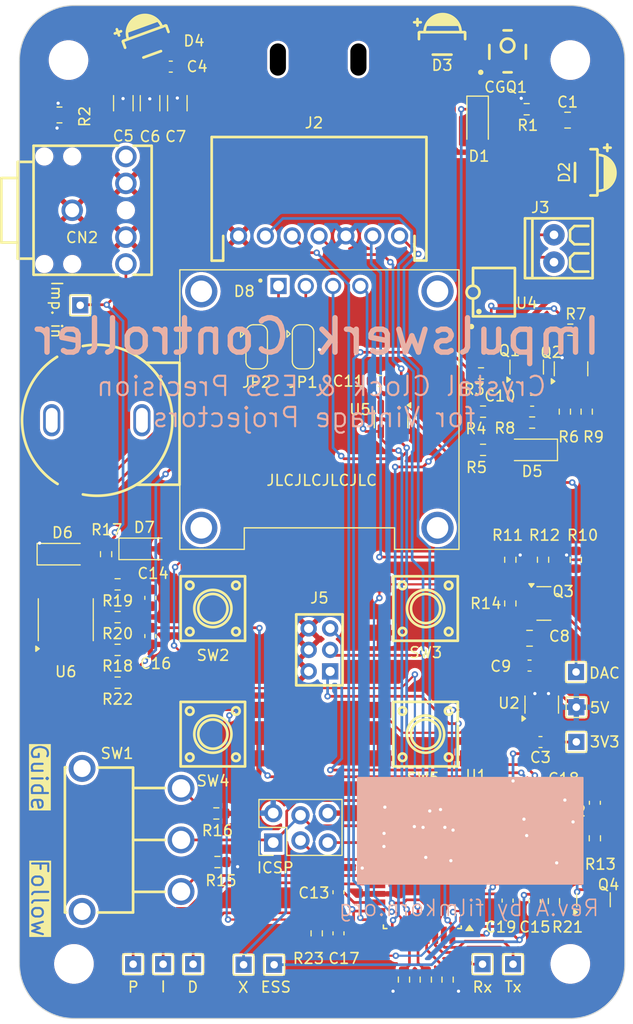
<source format=kicad_pcb>
(kicad_pcb (version 20240108) (generator "pcbnew") (generator_version "8.0")
  (layers (0 "F.Cu" signal) (31 "B.Cu" signal) (34 "B.Paste" user) (35 "F.Paste" user) (36 "B.SilkS" user "B.Silkscreen") (37 "F.SilkS" user "F.Silkscreen") (38 "B.Mask" user) (39 "F.Mask" user) (44 "Edge.Cuts" user))
  (net 0 "")
  (net 1 "+5V")
  (net 2 "GND")
  (net 3 "+3.3V")
  (net 4 "Net-(Q2-B)")
  (net 5 "/INT1")
  (net 6 "Net-(D2-A)")
  (net 7 "/SDA")
  (net 8 "/SCL")
  (net 9 "/MISO")
  (net 10 "/M-Pin")
  (net 11 "/~{RST}")
  (net 12 "/Mode-")
  (net 13 "/Mode+")
  (net 14 "/Frame-")
  (net 15 "/Frame+")
  (net 16 "/P_POT")
  (net 17 "/I_POT")
  (net 18 "/D_POT")
  (net 19 "/RX")
  (net 20 "/TX")
  (net 21 "/uC-Clock")
  (net 22 "/INT0")
  (net 23 "/MOSI")
  (net 24 "/SCK")
  (net 25 "Net-(CGQ1-VCC)")
  (net 26 "/Ext_Imp_LED")
  (net 27 "/In_Sync-LED")
  (net 28 "Net-(D5-K)")
  (net 29 "/DAC_EN")
  (net 30 "/Stop_EN")
  (net 31 "/Ctrl_V")
  (net 32 "Net-(Q4-B)")
  (net 33 "/IRSEND")
  (net 34 "/Proj_ID")
  (net 35 "Net-(CGQ1-VOUT)")
  (net 36 "Net-(C12-Pad1)")
  (net 37 "Net-(U7-AREF)")
  (net 38 "Net-(U6B-+)")
  (net 39 "Net-(D6-A)")
  (net 40 "Net-(C16-Pad2)")
  (net 41 "Net-(D2-K)")
  (net 42 "Net-(D3-A)")
  (net 43 "Net-(D4-A)")
  (net 44 "Net-(D5-A)")
  (net 45 "Net-(D8-VCC)")
  (net 46 "Net-(D8-GND)")
  (net 47 "Net-(J3-Pin_1)")
  (net 48 "Net-(J3-Pin_2)")
  (net 49 "Net-(Q1-G)")
  (net 50 "Net-(Q2-E)")
  (net 51 "Net-(Q3-C)")
  (net 52 "Net-(Q3-B)")
  (net 53 "Net-(R7-Pad2)")
  (net 54 "Net-(R13-Pad1)")
  (net 55 "Net-(R18-Pad1)")
  (net 56 "Net-(R22-Pad1)")
  (net 57 "Net-(U6B--)")
  (net 59 "Net-(U1-Output)")
  (net 60 "Net-(U3-Pad4)")
  (net 61 "Net-(U3-Pad2)")
  (net 62 "Net-(U6A--)")
  (net 64 "Net-(R15-Pad2)")
  (net 65 "Net-(R16-Pad2)")
  (net 69 "Net-(CN2-Pad2)")
  (footprint "Capacitor_SMD:C_0603_1608Metric" (layer "F.Cu") (at 86.36 57.087 180)
    (property "Reference" "C10")
    (property "Value" "2u2")
  )
  (footprint "easyEDA:KEY-SMD_4P-L6.0-W6.0-P4.50-LS8.6" (layer "F.Cu") (at 56.624 88.102)
    (property "Reference" "SW4")
    (property "Value" "Frame -")
  )
  (footprint "Peacemans Teile:PinHeader_2x03_P2.54mm_Vertical_displaced" (layer "F.Cu") (at 62.245 98.049 90)
    (property "Reference" "J4" (hide yes))
    (property "Value" "ICSP")
  )
  (footprint "Package_QFP:TQFP-32_7x7mm_P0.8mm" (layer "F.Cu") (at 76.132 102.559 180)
    (property "Reference" "U7")
    (property "Value" "ATmega328P-A")
  )
  (footprint "Resistor_SMD:R_0603_1608Metric" (layer "F.Cu") (at 81.597 54.547)
    (property "Reference" "R3")
    (property "Value" "10")
  )
  (footprint "Resistor_SMD:R_0603_1608Metric" (layer "F.Cu") (at 81.788 61.659 180)
    (property "Reference" "R5")
    (property "Value" "100")
  )
  (footprint "easyEDA:AUDIO-TH_PJ-307N5" (layer "F.Cu") (at 46.0248 39.37)
    (property "Reference" "CN2")
    (property "Value" "PJ-307N5")
  )
  (footprint "Capacitor_SMD:C_0603_1608Metric" (layer "F.Cu") (at 87.135 88.837 180)
    (property "Reference" "C3")
    (property "Value" "2u2")
  )
  (footprint "Capacitor_SMD:C_0603_1608Metric" (layer "F.Cu") (at 92.202 94.488 90)
    (property "Reference" "C12")
    (property "Value" "100n")
  )
  (footprint "Crystal:Crystal_SMD_3225-4Pin_3.2x2.5mm" (layer "F.Cu") (at 81.026 94.679 -90)
    (property "Reference" "U1")
    (property "Value" "ECS-TXO-3225MV-160-TR")
  )
  (footprint "Resistor_SMD:R_0603_1608Metric" (layer "F.Cu") (at 91.44 58.103 -90)
    (property "Reference" "R9")
    (property "Value" "10k")
  )
  (footprint "Capacitor_SMD:C_1206_3216Metric" (layer "F.Cu") (at 50.7746 29.4132 -90)
    (property "Reference" "C6")
    (property "Value" "47u")
  )
  (footprint "Resistor_SMD:R_0603_1608Metric" (layer "F.Cu") (at 47.752 77.216)
    (property "Reference" "R20")
    (property "Value" "100k")
  )
  (footprint "easyEDA:CONN-TH_2P-P2.54_MX128-2.54-GN01-02P-CU-Y-A" (layer "F.Cu") (at 88.392 42.926 90)
    (property "Reference" "J3")
    (property "Value" "Pause Button")
  )
  (footprint "Resistor_SMD:R_0603_1608Metric" (layer "F.Cu") (at 84.328 71.882 -90)
    (property "Reference" "R11")
    (property "Value" "47k")
  )
  (footprint "easyEDA:LED-SMD_XYC-IRA4335A65-X4" (layer "F.Cu") (at 77.978 24.384)
    (property "Reference" "D3")
    (property "Value" "LED")
  )
  (footprint "Peacemans Teile:Kabelbinder 3mm" (layer "F.Cu") (at 66.4802 25.3492)
    (property "Reference" "H1" (hide yes))
    (property "Value" "MountingHole")
  )
  (footprint "easyEDA:KEY-SMD_4P-L6.0-W6.0-P4.50-LS8.6" (layer "F.Cu") (at 76.436 76.418)
    (property "Reference" "SW3")
    (property "Value" "Mode +")
  )
  (footprint "Capacitor_SMD:C_0603_1608Metric" (layer "F.Cu") (at 72.184 55.2505 180)
    (property "Reference" "C11")
    (property "Value" "1u")
  )
  (footprint "Diode_SMD:D_SOD-123" (layer "F.Cu") (at 86.36 61.659 180)
    (property "Reference" "D5")
    (property "Value" "B5819W SL")
  )
  (footprint "TestPoint:TestPoint_THTPad_1.5x1.5mm_Drill0.7mm" (layer "F.Cu") (at 59.4868 109.5502)
    (property "Reference" "TP8" (hide yes))
    (property "Value" "fps pulse")
  )
  (footprint "Diode_SMD:D_SOD-123" (layer "F.Cu") (at 81.28 31.114 -90)
    (property "Reference" "D1")
    (property "Value" "B5819W SL")
  )
  (footprint "easyEDA:HDR-TH_6P-P2.00-V-F-R2-C3-S2.00-2" (layer "F.Cu") (at 66.548 80.264 90)
    (property "Reference" "J5")
    (property "Value" "LED-Connector")
  )
  (footprint "Resistor_SMD:R_0603_1608Metric" (layer "F.Cu") (at 66.294 106.63 90)
    (property "Reference" "R23")
    (property "Value" "220k")
  )
  (footprint "MountingHole:MountingHole_3.2mm_M3_DIN965" (layer "F.Cu") (at 89.916 109.474)
    (property "Reference" "H6" (hide yes))
    (property "Value" "MountingHole")
  )
  (footprint "easyEDA:LED-SMD_XYC-IRA4335A65-X4" (layer "F.Cu") (at 50.8 24.384 20)
    (property "Reference" "D4")
    (property "Value" "LED")
  )
  (footprint "Capacitor_SMD:C_0603_1608Metric" (layer "F.Cu") (at 86.614 103.632 90)
    (property "Reference" "C15")
    (property "Value" "100n")
  )
  (footprint "TestPoint:TestPoint_THTPad_1.5x1.5mm_Drill0.7mm" (layer "F.Cu") (at 90.4748 85.598)
    (property "Reference" "TP2" (hide yes))
    (property "Value" "5V")
  )
  (footprint "Package_SO:TSSOP-14_4.4x5mm_P0.65mm" (layer "F.Cu") (at 86.9365 98.825)
    (property "Reference" "U3")
    (property "Value" "74HCT14")
  )
  (footprint "Diode_SMD:D_SOD-123" (layer "F.Cu") (at 42.6175 71.361)
    (property "Reference" "D6")
    (property "Value" "B5819W SL")
  )
  (footprint "easyEDA:CONN-TH_S7B-XH-A-LF-SN" (layer "F.Cu") (at 66.5155 41.7585)
    (property "Reference" "J2")
    (property "Value" "to DIN-6 Male")
  )
  (footprint "Resistor_SMD:R_0603_1608Metric" (layer "F.Cu") (at 56.9468 95.4786 180)
    (property "Reference" "R16")
    (property "Value" "220k")
  )
  (footprint "Capacitor_SMD:C_0805_2012Metric" (layer "F.Cu") (at 86.119 79.185 180)
    (property "Reference" "C8")
    (property "Value" "22u")
  )
  (footprint "Resistor_SMD:R_0805_2012Metric" (layer "F.Cu") (at 42.3418 30.5054)
    (property "Reference" "R2")
    (property "Value" "5R1")
  )
  (footprint "MountingHole:MountingHole_3.2mm_M3_DIN965" (layer "F.Cu") (at 43.688 109.474)
    (property "Reference" "H5" (hide yes))
    (property "Value" "MountingHole")
  )
  (footprint "Diode_SMD:D_SOD-123" (layer "F.Cu") (at 50.2375 70.866)
    (property "Reference" "D7")
    (property "Value" "B5819W SL")
  )
  (footprint "Capacitor_SMD:C_0603_1608Metric" (layer "F.Cu") (at 84.074 94.171 -90)
    (property "Reference" "C2")
    (property "Value" "100n")
  )
  (footprint "TestPoint:TestPoint_THTPad_1.5x1.5mm_Drill0.7mm" (layer "F.Cu") (at 62.3316 109.5502)
    (property "Reference" "TP10" (hide yes))
    (property "Value" "Imp cln")
  )
  (footprint "Package_TO_SOT_SMD:SOT-23" (layer "F.Cu") (at 87.4545 75.946)
    (property "Reference" "Q3")
    (property "Value" "SS8050")
  )
  (footprint "Capacitor_SMD:C_0805_2012Metric" (layer "F.Cu") (at 89.662 30.988)
    (property "Reference" "C1")
    (property "Value" "22u")
  )
  (footprint "easyEDA:SW-TH_SS-12D11G4R" (layer "F.Cu") (at 49.0543 97.9424 90)
    (property "Reference" "SW1")
    (property "Value" "Guide/Follow")
  )
  (footprint "TestPoint:TestPoint_THTPad_1.5x1.5mm_Drill0.7mm" (layer "F.Cu") (at 90.4748 88.8238 -90)
    (property "Reference" "TP1" (hide yes))
    (property "Value" "3V3")
  )
  (footprint "Capacitor_SMD:C_0603_1608Metric" (layer "F.Cu") (at 68.326 106.63 90)
    (property "Reference" "C17")
    (property "Value" "100n")
  )
  (footprint "Capacitor_SMD:C_1206_3216Metric" (layer "F.Cu") (at 48.2854 29.4132 -90)
    (property "Reference" "C5")
    (property "Value" "47u")
  )
  (footprint "Resistor_SMD:R_0603_1608Metric" (layer "F.Cu") (at 92.202 97.79 -90)
    (property "Reference" "R13")
    (property "Value" "3k3")
  )
  (footprint "Resistor_SMD:R_0603_1608Metric" (layer "F.Cu") (at 81.788 58.103)
    (property "Reference" "R4")
    (property "Value" "22k")
  )
  (footprint "TestPoint:TestPoint_THTPad_1.5x1.5mm_Drill0.7mm" (layer "F.Cu") (at 84.582 109.4994 90)
    (property "Reference" "TP13" (hide yes))
    (property "Value" "Tx")
  )
  (footprint "Package_TO_SOT_SMD:SOT-23" (layer "F.Cu") (at 85.852 53.9605 90)
    (property "Reference" "Q1")
    (property "Value" "AO3400A")
  )
  (footprint "MountingHole:MountingHole_3.2mm_M3_DIN965" (layer "F.Cu") (at 43.18 25.4)
    (property "Reference" "H3" (hide yes))
    (property "Value" "MountingHole")
  )
  (footprint "TestPoint:TestPoint_THTPad_1.5x1.5mm_Drill0.7mm" (layer "F.Cu") (at 44.2722 48.2092 -90)
    (property "Reference" "TP9" (hide yes))
    (property "Value" "Imp IN")
  )
  (footprint "TestPoint:TestPoint_THTPad_1.5x1.5mm_Drill0.7mm" (layer "F.Cu") (at 54.7878 109.4994)
    (property "Reference" "TP11" (hide yes))
    (property "Value" "D")
  )
  (footprint "Jumper:SolderJumper-3_P1.3mm_Bridged2Bar12_RoundedPad1.0x1.5mm" (layer "F.Cu") (at 60.706 52.07 -90)
    (property "Reference" "JP2")
    (property "Value" "GND Ctrl")
  )
  (footprint "easyEDA:LED-SMD_XYC-IRA4335A65-X4" (layer "F.Cu") (at 90.862 35.8515 -90)
    (property "Reference" "D2")
    (property "Value" "LED")
  )
  (footprint "TestPoint:TestPoint_THTPad_1.5x1.5mm_Drill0.7mm" (layer "F.Cu") (at 49.1998 109.4994)
    (property "Reference" "TP6" (hide yes))
    (property "Value" "P")
  )
  (footprint "Package_TO_SOT_SMD:SOT-23-3" (layer "F.Cu") (at 87.25425 85.3525 90)
    (property "Reference" "U2")
    (property "Value" "AP2210N-3.3TRG1")
  )
  (footprint "easyEDA:OPTO-SMD_4P-L3.9-W3.4_IRM-H432M3-R8" (layer "F.Cu") (at 84.074 24.638)
    (property "Reference" "CGQ1")
    (property "Value" "DY-IRMHF384-T05-2.5KB")
  )
  (footprint "Capacitor_SMD:C_0603_1608Metric" (layer "F.Cu") (at 50.8 75.425 -90)
    (property "Reference" "C14")
    (property "Value" "100n")
  )
  (footprint "easyEDA:SOP-4_L3.9-W4.4-P2.54-LS7.0-BR" (layer "F.Cu") (at 82.804 46.99 -90)
    (property "Reference" "U4")
    (property "Value" "G3VM-61VY3(TR)")
  )
  (footprint "Package_TO_SOT_SMD:SOT-23-6" (layer "F.Cu") (at 73.218 58.8065 -90)
    (property "Reference" "U5")
    (property "Value" "MCP4725")
  )
  (footprint "Resistor_SMD:R_0603_1608Metric" (layer "F.Cu") (at 47.752 83.312 180)
    (property "Reference" "R22")
    (property "Value" "47")
  )
  (footprint "TestPoint:TestPoint_THTPad_1.5x1.5mm_Drill0.7mm" (layer "F.Cu") (at 51.9938 109.4994)
    (property "Reference" "TP7" (hide yes))
    (property "Value" "I")
  )
  (footprint "Package_SO:SOIC-8_3.9x4.9mm_P1.27mm" (layer "F.Cu") (at 42.926 77.457 90)
    (property "Reference" "U6")
    (property "Value" "LMC6482")
  )
  (footprint "TestPoint:TestPoint_THTPad_1.5x1.5mm_Drill0.7mm" (layer "F.Cu") (at 81.7372 109.4994 90)
    (property "Reference" "TP12" (hide yes))
    (property "Value" "Rx")
  )
  (footprint "easyEDA:KEY-SMD_4P-L6.0-W6.0-P4.50-LS8.6" (layer "F.Cu") (at 56.624 76.418 90)
    (property "Reference" "SW2")
    (property "Value" "Mode -")
  )
  (footprint "Resistor_SMD:R_0603_1608Metric" (layer "F.Cu") (at 85.852 29.972)
    (property "Reference" "R1")
    (property "Value" "47")
  )
  (footprint "Capacitor_SMD:C_0603_1608Metric" (layer "F.Cu") (at 89.291 93.663)
    (property "Reference" "C18")
    (property "Value" "100n")
  )
  (footprint "Capacitor_SMD:C_0603_1608Metric" (layer "F.Cu") (at 52.705 26.0096)
    (property "Reference" "C4")
    (property "Value" "100n")
  )
  (footprint "TestPoint:TestPoint_THTPad_1.5x1.5mm_Drill0.7mm" (layer "F.Cu") (at 90.4494 82.3214 -90)
    (property "Reference" "TP5" (hide yes))
    (property "Value" "DAC")
  )
  (footprint "Resistor_SMD:R_0603_1608Metric" (layer "F.Cu") (at 47.752 74.168)
    (property "Reference" "R19")
    (property "Value" "100k")
  )
  (footprint "Capacitor_SMD:C_1206_3216Metric" (layer "F.Cu") (at 53.3146 29.4114 -90)
    (property "Reference" "C7")
    (property "Value" "47u")
  )
  (footprint "Package_TO_SOT_SMD:SOT-23" (layer "F.Cu") (at 92.075 103.505 90)
    (property "Reference" "Q4")
    (property "Value" "SS8050")
  )
  (footprint "Resistor_SMD:R_0603_1608Metric" (layer "F.Cu") (at 46.6815 71.361 90)
    (property "Reference" "R17")
    (property "Value" "10k")
  )
  (footprint "Resistor_SMD:R_0603_1608Metric" (layer "F.Cu") (at 88.392 103.632 90)
    (property "Reference" "R21")
    (property "Value" "100k")
  )
  (footprint "Resistor_SMD:R_0603_1608Metric" (layer "F.Cu") (at 78.486 110.935 90)
    (property "Reference" "R26" (hide yes))
    (property "Value" "10k")
  )
  (footprint "Jumper:SolderJumper-3_P1.3mm_Bridged2Bar12_RoundedPad1.0x1.5mm" (layer "F.Cu") (at 65.024 52.07 -90)
    (property "Reference" "JP1")
    (property "Value" "VCC Ctrl")
  )
  (footprint "Resistor_SMD:R_0603_1608Metric" (layer "F.Cu") (at 74.422 110.935 -90)
    (property "Reference" "R24" (hide yes))
    (property "Value" "2k2")
  )
  (footprint "Resistor_SMD:R_0603_1608Metric" (layer "F.Cu") (at 89.916 50.483 180)
    (property "Reference" "R7")
    (property "Value" "470")
  )
  (footprint "Resistor_SMD:R_0603_1608Metric" (layer "F.Cu") (at 84.328 75.946 90)
    (property "Reference" "R14")
    (property "Value" "10k")
  )
  (footprint "Capacitor_SMD:C_0603_1608Metric" (layer "F.Cu") (at 86.119 81.725 180)
    (property "Reference" "C9")
    (property "Value" "1u")
  )
  (footprint "Resistor_SMD:R_0603_1608Metric" (layer "F.Cu") (at 76.454 110.935 90)
    (property "Reference" "R25" (hide yes))
    (property "Value" "2k2")
  )
  (footprint "easyEDA:RES-SMD_RK10J11R0A0H_fixed" (layer "F.Cu") (at 48.219132 58.9026 90)
    (property "Reference" "RV1" (hide yes))
    (property "Value" "10k")
  )
  (footprint "Resistor_SMD:R_0603_1608Metric" (layer "F.Cu") (at 77.47 95.187 -90)
    (property "Reference" "R27")
    (property "Value" "100k")
  )
  (footprint "Resistor_SMD:R_0603_1608Metric" (layer "F.Cu") (at 57.0484 99.9998 180)
    (property "Reference" "R15")
    (property "Value" "220k")
  )
  (footprint "Resistor_SMD:R_0603_1608Metric" (layer "F.Cu") (at 86.36 59.119 180)
    (property "Reference" "R8")
    (property "Value" "100k")
  )
  (footprint "Resistor_SMD:R_0603_1608Metric" (layer "F.Cu") (at 87.376 71.882 -90)
    (property "Reference" "R12")
    (property "Value" "470k")
  )
  (footprint "Capacitor_SMD:C_0603_1608Metric" (layer "F.Cu") (at 84.074 103.582 90)
    (property "Reference" "C19")
    (property "Value" "1u")
  )
  (footprint "Resistor_SMD:R_0603_1608Metric" (layer "F.Cu") (at 47.752 80.264)
    (property "Reference" "R18")
    (property "Value" "10k")
  )
  (footprint "Package_TO_SOT_SMD:SOT-23" (layer "F.Cu") (at 89.982 54.1175 90)
    (property "Reference" "Q2")
    (property "Value" "SS8050")
  )
  (footprint "Resistor_SMD:R_0603_1608Metric" (layer "F.Cu") (at 89.408 58.103 90)
    (property "Reference" "R6")
    (property "Value" "10k")
  )
  (footprint "easyEDA:KEY-SMD_4P-L6.0-W6.0-P4.50-LS8.6" (layer "F.Cu") (at 76.436 88.102)
    (property "Reference" "SW5")
    (property "Value" "Frame +")
  )
  (footprint "MountingHole:MountingHole_3.2mm_M3_DIN965" (layer "F.Cu") (at 89.916 25.4)
    (property "Reference" "H4" (hide yes))
    (property "Value" "MountingHole")
  )
  (footprint "Capacitor_SMD:C_0603_1608Metric" (layer "F.Cu") (at 50.8 78.981 90)
    (property "Reference" "C16")
    (property "Value" "330n")
  )
  (footprint "Peacemans Teile:OLED_128x63_i2c_0.96" (layer "F.Cu") (at 66.548 57.912)
    (property "Reference" "D8")
    (property "Value" "OLED 128x64")
  )
  (footprint "Capacitor_SMD:C_0603_1608Metric" (layer "F.Cu") (at 68.326 102.807 -90)
    (property "Reference" "C13")
    (property "Value" "100n")
  )
  (footprint "Resistor_SMD:R_0603_1608Metric" (layer "F.Cu") (at 90.424 71.882 90)
    (property "Reference" "R10")
    (property "Value" "3k3")
  )
  (gr_rect (start 70.1167 92.1512) (end 91.0717 102.0318) (stroke (width 0.15)) (fill solid) (layer "B.SilkS"))
  (gr_arc (start 38.608 25.4) (mid 40.095898 21.807898) (end 43.688 20.32) (stroke (width 0.1)) (layer "Edge.Cuts"))
  (gr_line (start 89.916 114.554) (end 43.688 114.554) (stroke (width 0.1)) (layer "Edge.Cuts"))
  (gr_line (start 38.608 25.4) (end 38.608 109.474) (stroke (width 0.1)) (layer "Edge.Cuts"))
  (gr_arc (start 43.688 114.554) (mid 40.095898 113.066102) (end 38.608 109.474) (stroke (width 0.1)) (layer "Edge.Cuts"))
  (gr_arc (start 94.996 109.474) (mid 93.508102 113.066102) (end 89.916 114.554) (stroke (width 0.1)) (layer "Edge.Cuts"))
  (gr_line (start 43.688 20.32) (end 89.916 20.32) (stroke (width 0.1)) (layer "Edge.Cuts"))
  (gr_line (start 94.996 25.4) (end 94.996 109.474) (stroke (width 0.1)) (layer "Edge.Cuts"))
  (gr_arc (start 89.916 20.32) (mid 93.508102 21.807898) (end 94.996 25.4) (stroke (width 0.1)) (layer "Edge.Cuts"))
  (gr_text "Impulswerk Controller" (at 93.0148 52.9844 0) (layer "B.SilkS") (effects (font (size 3.2 3.2) (thickness 0.5) (bold yes)) (justify left bottom mirror)))
  (gr_text "Rev.A by filmkorn.org" (at 92.71 105.156 0) (layer "B.SilkS") (effects (font (size 1.5 1.5)) (justify left bottom mirror)))
  (gr_text "Crystal Clock & ESS Precision \nfor Vintage Projectors" (at 66.04 59.69 0) (layer "B.SilkS") (effects (font (size 1.8 1.8) (thickness 0.2)) (justify bottom mirror)))
  (gr_text "P" (at 48.6156 112.2172 0) (layer "F.SilkS") (effects (font (size 1 1)) (justify left bottom)))
  (gr_text "5V" (at 91.6432 86.233 0) (layer "F.SilkS") (effects (font (size 1 1)) (justify left bottom)))
  (gr_text "Follow" (at 39.5986 99.6442 270) (layer "F.SilkS" knockout) (effects (font (size 1.5 1.5) (thickness 0.2)) (justify left bottom)))
  (gr_text "I" (at 51.6636 112.1918 0) (layer "F.SilkS") (effects (font (size 1 1)) (justify left bottom)))
  (gr_text "Guide" (at 39.5732 88.8746 270) (layer "F.SilkS" knockout) (effects (font (size 1.5 1.5) (thickness 0.2)) (justify left bottom)))
  (gr_text "D" (at 54.1528 112.2172 0) (layer "F.SilkS") (effects (font (size 1 1)) (justify left bottom)))
  (gr_text "Tx" (at 83.693 112.1918 0) (layer "F.SilkS") (effects (font (size 1 1)) (justify left bottom)))
  (gr_text "3V3" (at 91.6432 89.408 0) (layer "F.SilkS") (effects (font (size 1 1)) (justify left bottom)))
  (gr_text "Imp. in" (at 41.5036 45.847 -90) (layer "F.SilkS") (effects (font (size 1 1)) (justify left bottom)))
  (gr_text "DAC" (at 91.567 83.0072 0) (layer "F.SilkS") (effects (font (size 1 1)) (justify left bottom)))
  (gr_text "ESS" (at 60.9854 112.2172 0) (layer "F.SilkS") (effects (font (size 1 1)) (justify left bottom)))
  (gr_text "ICSP" (at 60.6298 101.1174 0) (layer "F.SilkS") (effects (font (size 1 1)) (justify left bottom)))
  (gr_text "X" (at 58.8772 112.2426 0) (layer "F.SilkS") (effects (font (size 1 1)) (justify left bottom)))
  (gr_text "JLCJLCJLCJLC" (at 61.5188 65.0748 0) (layer "F.SilkS") (effects (font (size 1 1)) (justify left bottom)))
  (gr_text "Rx" (at 80.7212 112.2172 0) (layer "F.SilkS") (effects (font (size 1 1)) (justify left bottom)))
  (segment (start 77.826334 94.718334) (end 77.47 94.362) (width 0.25) (layer "F.Cu") (net 1))
  (segment (start 86.894 81.725) (end 86.894 83.85475) (width 0.25) (layer "F.Cu") (net 1))
  (segment (start 79.257 102.884) (end 79.332 102.959) (width 0.25) (layer "F.Cu") (net 1))
  (segment (start 89.948 71.057) (end 89.565 71.44) (width 0.25) (layer "F.Cu") (net 1))
  (segment (start 48.26 28.9814) (end 48.26 27.9636) (width 0.5) (layer "F.Cu") (net 1))
  (segment (start 41.021 74.982) (end 40.894 74.855) (width 0.25) (layer "F.Cu") (net 1))
  (segment (start 73.288 100.203) (end 78.301 100.203) (width 0.25) (layer "F.Cu") (net 1))
  (segment (start 86.894 82.2712) (end 90.2208 85.598) (width 0.25) (layer "F.Cu") (net 1))
  (segment (start 74.422 111.76) (end 78.486 111.76) (width 0.25) (layer "F.Cu") (net 1))
  (segment (start 83.922 102.959) (end 84.074 102.807) (width 0.25) (layer "F.Cu") (net 1))
  (segment (start 78.486 111.76) (end 79.248 111.76) (width 0.25) (layer "F.Cu") (net 1))
  (segment (start 86.727 84.215) (end 86.614 84.328) (width 0.25) (layer "F.Cu") (net 1))
  (segment (start 78.301 100.203) (end 78.4189 100.3209) (width 0.25) (layer "F.Cu") (net 1))
  (segment (start 79.257 101.434) (end 79.257 102.884) (width 0.25) (layer "F.Cu") (net 1))
  (segment (start 72.268 57.669) (end 72.268 57.028) (width 0.25) (layer "F.Cu") (net 1))
  (segment (start 79.332 102.959) (end 80.382 102.959) (width 0.25) (layer "F.Cu") (net 1))
  (segment (start 84.864 71.057) (end 85.247 71.44) (width 0.25) (layer "F.Cu") (net 1))
  (segment (start 85.027 29.972) (end 85.027 29.273) (width 0.25) (layer "F.Cu") (net 1))
  (segment (start 86.894 81.725) (end 86.894 82.2712) (width 0.25) (layer "F.Cu") (net 1))
  (segment (start 70.5358 100.559) (end 71.882 100.559) (width 0.25) (layer "F.Cu") (net 1))
  (segment (start 41.4293 30.5054) (end 41.4293 31.0407) (width 0.5) (layer "F.Cu") (net 1))
  (segment (start 85.027 29.273) (end 85.344 28.956) (width 0.25) (layer "F.Cu") (net 1))
  (segment (start 48.2872 27.9364) (end 53.3146 27.9364) (width 0.5) (layer "F.Cu") (net 1))
  (segment (start 40.894 74.855) (end 40.894 71.4345) (width 0.25) (layer "F.Cu") (net 1))
  (segment (start 73.66 111.76) (end 73.406 112.014) (width 0.25) (layer "F.Cu") (net 1))
  (segment (start 72.268 57.028) (end 71.628 56.388) (width 0.25) (layer "F.Cu") (net 1))
  (segment (start 78.4189 100.3209) (end 79.457 101.359) (width 0.25) (layer "F.Cu") (net 1))
  (segment (start 71.882 100.559) (end 72.932 100.559) (width 0.25) (layer "F.Cu") (net 1))
  (segment (start 86.894 81.725) (end 86.894 79.36) (width 0.25) (layer "F.Cu") (net 1))
  (segment (start 87.25425 84.215) (end 86.727 84.215) (width 0.25) (layer "F.Cu") (net 1))
  (segment (start 87.25425 84.215) (end 87.771 84.215) (width 0.25) (layer "F.Cu") (net 1))
  (segment (start 57.8734 99.9998) (end 58.4962 99.9998) (width 0.25) (layer "F.Cu") (net 1))
  (segment (start 50.7492 29.0068) (end 50.7746 28.9814) (width 0.5) (layer "F.Cu") (net 1))
  (segment (start 89.982 53.18) (end 89.248 53.18) (width 0.25) (layer "F.Cu") (net 1))
  (segment (start 40.894 71.4345) (end 40.9675 71.361) (width 0.25) (layer "F.Cu") (net 1))
  (segment (start 79.332 101.359) (end 79.257 101.434) (width 0.25) (layer "F.Cu") (net 1))
  (segment (start 40.4876 70.3326) (end 40.9675 70.8125) (width 0.25) (layer "F.Cu") (net 1))
  (segment (start 50.7746 27.165) (end 51.93 26.0096) (width 0.5) (layer "F.Cu") (net 1))
  (segment (start 77.826334 95.115813) (end 77.826334 94.718334) (width 0.25) (layer "F.Cu") (net 1))
  (segment (start 86.894 83.85475) (end 87.25425 84.215) (width 0.25) (layer "F.Cu") (net 1))
  (segment (start 86.894 79.36) (end 87.069 79.185) (width 0.25) (layer "F.Cu") (net 1))
  (segment (start 53.3146 27.9364) (end 53.3146 28.9306) (width 0.5) (layer "F.Cu") (net 1))
  (segment (start 89.799 96.637) (end 90.17 96.266) (width 0.25) (layer "F.Cu") (net 1))
  (segment (start 80.382 101.359) (end 79.332 101.359) (width 0.25) (layer "F.Cu") (net 1))
  (segment (start 89.248 53.18) (end 89.154 53.086) (width 0.25) (layer "F.Cu") (net 1))
  (segment (start 66.294 52.07) (end 66.548 52.324) (width 0.25) (layer "F.Cu") (net 1))
  (segment (start 90.066 93.663) (end 89.979 93.663) (width 0.25) (layer "F.Cu") (net 1))
  (segment (start 65.024 52.07) (end 66.294 52.07) (width 0.25) (layer "F.Cu") (net 1))
  (segment (start 58.4962 99.9998) (end 58.928 100.4316) (width 0.25) (layer "F.Cu") (net 1))
  (segment (start 79.457 101.359) (end 80.382 101.359) (width 0.25) (layer "F.Cu") (net 1))
  (segment (start 71.409 56.169) (end 71.628 56.388) (width 0.25) (layer "F.Cu") (net 1))
  (segment (start 50.7746 28.9814) (end 50.7746 27.165) (width 0.5) (layer "F.Cu") (net 1))
  (segment (start 72.932 100.559) (end 73.288 100.203) (width 0.25) (layer "F.Cu") (net 1))
  (segment (start 80.382 102.959) (end 83.922 102.959) (width 0.25) (layer "F.Cu") (net 1))
  (segment (start 84.328 71.057) (end 84.864 71.057) (width 0.25) (layer "F.Cu") (net 1))
  (segment (start 78.4189 100.3209) (end 78.7908 99.949) (width 0.25) (layer "F.Cu") (net 1))
  (segment (start 89.979 93.663) (end 89.408 94.234) (width 0.25) (layer "F.Cu") (net 1))
  (segment (start 78.7908 99.949) (end 78.7908 99.8728) (width 0.25) (layer "F.Cu") (net 1))
  (segment (start 89.799 96.875) (end 89.799 96.637) (width 0.25) (layer "F.Cu") (net 1))
  (segment (start 79.248 111.76) (end 79.502 112.014) (width 0.25) (layer "F.Cu") (net 1))
  (segment (start 48.26 27.9636) (end 48.2872 27.9364) (width 0.5) (layer "F.Cu") (net 1))
  (segment (start 87.771 84.215) (end 87.884 84.328) (width 0.25) (layer "F.Cu") (net 1))
  (segment (start 90.424 71.057) (end 89.948 71.057) (width 0.25) (layer "F.Cu") (net 1))
  (segment (start 41.4293 30.5054) (end 41.4293 30.1987) (width 0.5) (layer "F.Cu") (net 1))
  (segment (start 90.2208 85.598) (end 90.4748 85.598) (width 0.25) (layer "F.Cu") (net 1))
  (segment (start 40.9675 70.8125) (end 40.9675 71.361) (width 0.25) (layer "F.Cu") (net 1))
  (segment (start 71.409 55.2505) (end 71.409 56.169) (width 0.25) (layer "F.Cu") (net 1))
  (segment (start 74.422 111.76) (end 73.66 111.76) (width 0.25) (layer "F.Cu") (net 1))
  (segment (start 41.4293 31.0407) (end 42.1132 31.7246) (width 0.5) (layer "F.Cu") (net 1))
  (segment (start 41.4293 30.1987) (end 42.2148 29.4132) (width 0.5) (layer "F.Cu") (net 1))
  (via (at 87.884 84.328) (size 0.6) (drill 0.3) (layers "F.Cu" "B.Cu") (net 1))
  (via (at 70.5358 100.559) (size 0.6) (drill 0.3) (layers "F.Cu" "B.Cu") (net 1))
  (via (at 58.928 100.4316) (size 0.6) (drill 0.3) (layers "F.Cu" "B.Cu") (net 1))
  (via (at 89.154 53.086) (size 0.6) (drill 0.3) (layers "F.Cu" "B.Cu") (net 1))
  (via (at 78.7908 99.8728) (size 0.6) (drill 0.3) (layers "F.Cu" "B.Cu") (net 1))
  (via (at 50.7492 29.0068) (size 0.6) (drill 0.3) (layers "F.Cu" "B.Cu") (net 1))
  (via (at 42.1132 31.7246) (size 0.6) (drill 0.3) (layers "F.Cu" "B.Cu") (net 1))
  (via (at 48.26 28.9814) (size 0.6) (drill 0.3) (layers "F.Cu" "B.Cu") (net 1))
  (via (at 90.17 96.266) (size 0.6) (drill 0.3) (layers "F.Cu" "B.Cu") (net 1))
  (via (at 79.502 112.014) (size 0.6) (drill 0.3) (layers "F.Cu" "B.Cu") (net 1))
  (via (at 53.3146 28.9306) (size 0.6) (drill 0.3) (layers "F.Cu" "B.Cu") (net 1))
  (via (at 86.614 84.328) (size 0.6) (drill 0.3) (layers "F.Cu" "B.Cu") (net 1))
  (via (at 66.548 52.324) (size 0.6) (drill 0.3) (layers "F.Cu" "B.Cu") (net 1))
  (via (at 85.247 71.44) (size 0.6) (drill 0.3) (layers "F.Cu" "B.Cu") (net 1))
  (via (at 89.565 71.44) (size 0.6) (drill 0.3) (layers "F.Cu" "B.Cu") (net 1))
  (via (at 42.2148 29.4132) (size 0.6) (drill 0.3) (layers "F.Cu" "B.Cu") (net 1))
  (via (at 71.628 56.388) (size 0.6) (drill 0.3) (layers "F.Cu" "B.Cu") (net 1))
  (via (at 77.826334 95.115813) (size 0.6) (drill 0.3) (layers "F.Cu" "B.Cu") (net 1))
  (via (at 85.344 28.956) (size 0.6) (drill 0.3) (layers "F.Cu" "B.Cu") (net 1))
  (via (at 40.4876 70.3326) (size 0.6) (drill 0.3) (layers "F.Cu" "B.Cu") (net 1))
  (via (at 73.406 112.014) (size 0.6) (drill 0.3) (layers "F.Cu" "B.Cu") (net 1))
  (via (at 89.408 94.234) (size 0.6) (drill 0.3) (layers "F.Cu" "B.Cu") (net 1))
  (segment (start 82.059 93.396) (end 81.876 93.579) (width 0.25) (layer "F.Cu") (net 3))
  (segment (start 86.831 89.916) (end 87.91 88.837) (width 0.25) (layer "F.Cu") (net 3))
  (segment (start 87.91 86.78425) (end 88.20425 86.49) (width 0.25) (layer "F.Cu") (net 3))
  (segment (start 90.4616 88.837) (end 90.4748 88.8238) (width 0.25) (layer "F.Cu") (net 3))
  (segment (start 87.91 88.837) (end 90.4616 88.837) (width 0.25) (layer "F.Cu") (net 3))
  (segment (start 84.582 89.916) (end 86.831 89.916) (width 0.25) (layer "F.Cu") (net 3))
  (segment (start 84.074 93.396) (end 82.059 93.396) (width 0.25) (layer "F.Cu") (net 3))
  (segment (start 84.074 92.964) (end 84.074 93.396) (width 0.25) (layer "F.Cu") (net 3))
  (segment (start 84.582 92.456) (end 84.074 92.964) (width 0.25) (layer "F.Cu") (net 3))
  (segment (start 87.91 88.837) (end 87.91 86.78425) (width 0.25) (layer "F.Cu") (net 3))
  (via (at 84.582 92.456) (size 0.6) (drill 0.3) (layers "F.Cu" "B.Cu") (net 3))
  (via (at 84.582 89.916) (size 0.6) (drill 0.3) (layers "F.Cu" "B.Cu") (net 3))
  (segment (start 84.582 92.456) (end 84.582 89.916) (width 0.25) (layer "B.Cu") (net 3))
  (segment (start 89.408 55.431) (end 89.032 55.055) (width 0.25) (layer "F.Cu") (net 4))
  (segment (start 89.408 57.278) (end 89.408 55.431) (width 0.25) (layer "F.Cu") (net 4))
  (segment (start 86.474 102.997) (end 86.614 102.857) (width 0.25) (layer "F.Cu") (net 5))
  (segment (start 86.614 102.399) (end 88.238 100.775) (width 0.25) (layer "F.Cu") (net 5))
  (segment (start 85.1916 107.2388) (end 85.09 107.2388) (width 0.25) (layer "F.Cu") (net 5))
  (segment (start 85.6996 102.997) (end 85.6234 103.0732) (width 0.25) (layer "F.Cu") (net 5))
  (segment (start 85.1916 107.2388) (end 85.3694 107.061) (width 0.25) (layer "F.Cu") (net 5))
  (segment (start 85.6234 103.0732) (end 85.598 103.0732) (width 0.25) (layer "F.Cu") (net 5))
  (segment (start 81.0172 105.9942) (end 80.382 105.359) (width 0.25) (layer "F.Cu") (net 5))
  (segment (start 85.09 107.2388) (end 83.8454 105.9942) (width 0.25) (layer "F.Cu") (net 5))
  (segment (start 83.8454 105.9942) (end 81.0172 105.9942) (width 0.25) (layer "F.Cu") (net 5))
  (segment (start 85.6996 102.997) (end 86.474 102.997) (width 0.25) (layer "F.Cu") (net 5))
  (segment (start 88.238 100.775) (end 89.799 100.775) (width 0.25) (layer "F.Cu") (net 5))
  (segment (start 86.614 102.857) (end 86.614 102.399) (width 0.25) (layer "F.Cu") (net 5))
  (via (at 85.598 103.0732) (size 0.6) (drill 0.3) (layers "F.Cu" "B.Cu") (net 5))
  (via (at 85.1916 107.2388) (size 0.6) (drill 0.3) (layers "F.Cu" "B.Cu") (net 5))
  (segment (start 79.1464 107.4166) (end 77.0128 109.5502) (width 0.25) (layer "B.Cu") (net 5))
  (segment (start 85.598 103.0732) (end 85.598 106.8324) (width 0.25) (layer "B.Cu") (net 5))
  (segment (start 77.0128 109.5502) (end 62.3316 109.5502) (width 0.25) (layer "B.Cu") (net 5))
  (segment (start 85.0138 107.4166) (end 79.1464 107.4166) (width 0.25) (layer "B.Cu") (net 5))
  (segment (start 85.1916 107.2388) (end 85.0138 107.4166) (width 0.25) (layer "B.Cu") (net 5))
  (segment (start 85.598 106.8324) (end 85.1916 107.2388) (width 0.25) (layer "B.Cu") (net 5))
  (segment (start 79.4375 33.9715) (end 90.862 33.9715) (width 0.5) (layer "F.Cu") (net 6))
  (segment (start 79.858 24.384) (end 78.994 25.248) (width 0.5) (layer "F.Cu") (net 6))
  (segment (start 78.994 25.248) (end 78.994 33.528) (width 0.5) (layer "F.Cu") (net 6))
  (segment (start 78.994 33.528) (end 79.4375 33.9715) (width 0.5) (layer "F.Cu") (net 6))
  (segment (start 72.268 60.606499) (end 72.268 59.944) (width 0.25) (layer "F.Cu") (net 7))
  (segment (start 73.914 61.722) (end 73.383501 61.722) (width 0.25) (layer "F.Cu") (net 7))
  (segment (start 70.866 59.944) (end 70.612 59.69) (width 0.25) (layer "F.Cu") (net 7))
  (segment (start 74.932 106.809) (end 74.932 109.6) (width 0.25) (layer "F.Cu") (net 7))
  (segment (start 74.932 104.65) (end 74.932 106.809) (width 0.25) (layer "F.Cu") (net 7))
  (segment (start 74.932 109.6) (end 74.422 110.11) (width 0.25) (layer "F.Cu") (net 7))
  (segment (start 73.383501 61.722) (end 72.268 60.606499) (width 0.25) (layer "F.Cu") (net 7))
  (segment (start 72.268 59.944) (end 70.866 59.944) (width 0.25) (layer "F.Cu") (net 7))
  (segment (start 74.676 104.394) (end 74.932 104.65) (width 0.25) (layer "F.Cu") (net 7))
  (via (at 73.914 61.722) (size 0.6) (drill 0.3) (layers "F.Cu" "B.Cu") (net 7))
  (via (at 74.676 104.394) (size 0.6) (drill 0.3) (layers "F.Cu" "B.Cu") (net 7))
  (via (at 70.612 59.69) (size 0.6) (drill 0.3) (layers "F.Cu" "B.Cu") (net 7))
  (segment (start 70.612 53.203) (end 70.616884 53.203) (width 0.25) (layer "B.Cu") (net 7))
  (segment (start 70.612 59.69) (end 70.612 53.203) (width 0.25) (layer "B.Cu") (net 7))
  (segment (start 70.616884 53.203) (end 70.983 52.836884) (width 0.25) (layer "B.Cu") (net 7))
  (segment (start 74.226 62.034) (end 73.914 61.722) (width 0.25) (layer "B.Cu") (net 7))
  (segment (start 74.422 104.14) (end 74.422 97.255513) (width 0.25) (layer "B.Cu") (net 7))
  (segment (start 70.983 52.836884) (end 70.983 47.037) (width 0.25) (layer "B.Cu") (net 7))
  (segment (start 74.226 97.059513) (end 74.226 62.034) (width 0.25) (layer "B.Cu") (net 7))
  (segment (start 70.983 47.037) (end 70.358 46.412) (width 0.25) (layer "B.Cu") (net 7))
  (segment (start 74.422 97.255513) (end 74.226 97.059513) (width 0.25) (layer "B.Cu") (net 7))
  (segment (start 74.676 104.394) (end 74.422 104.14) (width 0.25) (layer "B.Cu") (net 7))
  (segment (start 75.732 109.388) (end 76.454 110.11) (width 0.25) (layer "F.Cu") (net 8))
  (segment (start 75.732 104.18) (end 75.732 106.809) (width 0.25) (layer "F.Cu") (net 8))
  (segment (start 74.1395 60.9315) (end 73.817092 60.9315) (width 0.25) (layer "F.Cu") (net 8))
  (segment (start 74.676 61.468) (end 74.1395 60.9315) (width 0.25) (layer "F.Cu") (net 8))
  (segment (start 73.218 60.332408) (end 73.218 59.944) (width 0.25) (layer "F.Cu") (net 8))
  (segment (start 73.817092 60.9315) (end 73.218 60.332408) (width 0.25) (layer "F.Cu") (net 8))
  (segment (start 75.692 104.14) (end 75.732 104.18) (width 0.25) (layer "F.Cu") (net 8))
  (segment (start 68.58 62.23) (end 68.834 62.484) (width 0.25) (layer "F.Cu") (net 8))
  (segment (start 74.676 61.843884) (end 74.676 61.468) (width 0.25) (layer "F.Cu") (net 8))
  (segment (start 75.732 106.809) (end 75.732 109.388) (width 0.25) (layer "F.Cu") (net 8))
  (segment (start 68.834 62.484) (end 74.035884 62.484) (width 0.25) (layer "F.Cu") (net 8))
  (segment (start 74.035884 62.484) (end 74.676 61.843884) (width 0.25) (layer "F.Cu") (net 8))
  (via (at 68.58 62.23) (size 0.6) (drill 0.3) (layers "F.Cu" "B.Cu") (net 8))
  (via (at 75.692 104.14) (size 0.6) (drill 0.3) (layers "F.Cu" "B.Cu") (net 8))
  (via (at 74.676 61.468) (size 0.6) (drill 0.3) (layers "F.Cu" "B.Cu") (net 8))
  (segment (start 75.692 104.14) (end 75.438 103.886) (width 0.25) (layer "B.Cu") (net 8))
  (segment (start 75.438 97.635117) (end 74.676 96.873117) (width 0.25) (layer "B.Cu") (net 8))
  (segment (start 67.818 46.412) (end 67.818 61.468) (width 0.25) (layer "B.Cu") (net 8))
  (segment (start 67.818 61.468) (end 68.58 62.23) (width 0.25) (layer "B.Cu") (net 8))
  (segment (start 74.676 96.873117) (end 74.676 61.468) (width 0.25) (layer "B.Cu") (net 8))
  (segment (start 75.438 103.886) (end 75.438 97.635117) (width 0.25) (layer "B.Cu") (net 8))
  (segment (start 64.498299 94.274) (end 63.5 95.272299) (width 0.25) (layer "F.Cu") (net 9))
  (segment (start 70.8564 94.8944) (end 70.236 94.274) (width 0.25) (layer "F.Cu") (net 9))
  (segment (start 63.5 95.272299) (end 63.5 96.934) (width 0.25) (layer "F.Cu") (net 9))
  (segment (start 63.5 96.934) (end 62.245 98.189) (width 0.25) (layer "F.Cu") (net 9))
  (segment (start 73.332 98.097) (end 72.5678 97.3328) (width 0.25) (layer "F.Cu") (net 9))
  (segment (start 53.6643 97.9424) (end 61.9984 97.9424) (width 0.25) (layer "F.Cu") (net 9))
  (segment (start 61.9984 97.9424) (end 62.245 98.189) (width 0.25) (layer "F.Cu") (net 9))
  (segment (start 72.644 94.8944) (end 70.8564 94.8944) (width 0.25) (layer "F.Cu") (net 9))
  (segment (start 70.236 94.274) (end 64.498299 94.274) (width 0.25) (layer "F.Cu") (net 9))
  (segment (start 73.332 98.309) (end 73.332 98.097) (width 0.25) (layer "F.Cu") (net 9))
  (via (at 72.644 94.8944) (size 0.6) (drill 0.3) (layers "F.Cu" "B.Cu") (net 9))
  (via (at 72.5678 97.3328) (size 0.6) (drill 0.3) (layers "F.Cu" "B.Cu") (net 9))
  (segment (start 72.5678 97.3328) (end 72.5678 94.9706) (width 0.25) (layer "B.Cu") (net 9))
  (segment (start 72.5678 94.9706) (end 72.644 94.8944) (width 0.25) (layer "B.Cu") (net 9))
  (segment (start 82.161 74.604) (end 82.161 73.093) (width 0.25) (layer "F.Cu") (net 10))
  (segment (start 80.696 71.628) (end 72.136 71.628) (width 0.25) (layer "F.Cu") (net 10))
  (segment (start 84.328 76.771) (end 82.161 74.604) (width 0.25) (layer "F.Cu") (net 10))
  (segment (start 82.161 73.093) (end 80.696 71.628) (width 0.25) (layer "F.Cu") (net 10))
  (via (at 72.136 71.628) (size 0.6) (drill 0.3) (layers "F.Cu" "B.Cu") (net 10))
  (segment (start 71.374 44.317884) (end 71.374 41.9) (width 0.25) (layer "B.Cu") (net 10))
  (segment (start 72.253 45.196884) (end 71.374 44.317884) (width 0.25) (layer "B.Cu") (net 10))
  (segment (start 71.374 41.9) (end 71.5155 41.7585) (width 0.25) (layer "B.Cu") (net 10))
  (segment (start 72.253 71.511) (end 72.253 45.196884) (width 0.25) (layer "B.Cu") (net 10))
  (segment (start 72.136 71.628) (end 72.253 71.511) (width 0.25) (layer "B.Cu") (net 10))
  (segment (start 74.671116 103.515) (end 75.950884 103.515) (width 0.25) (layer "F.Cu") (net 11))
  (segment (start 72.281 98.189) (end 72.644 98.552) (width 0.25) (layer "F.Cu") (net 11))
  (segment (start 74.376316 103.8098) (end 74.671116 103.515) (width 0.25) (layer "F.Cu") (net 11))
  (segment (start 73.289 103.8098) (end 74.376316 103.8098) (width 0.25) (layer "F.Cu") (net 11))
  (segment (start 67.325 98.189) (end 72.281 98.189) (width 0.25) (layer "F.Cu") (net 11))
  (segment (start 76.532 108.156) (end 78.486 110.11) (width 0.25) (layer "F.Cu") (net 11))
  (segment (start 72.644 98.552) (end 72.556998 98.552) (width 0.25) (layer "F.Cu") (net 11))
  (segment (start 75.950884 103.515) (end 76.532 104.096116) (width 0.25) (layer "F.Cu") (net 11))
  (segment (start 76.532 106.809) (end 76.532 108.156) (width 0.25) (layer "F.Cu") (net 11))
  (segment (start 76.532 104.096116) (end 76.532 106.809) (width 0.25) (layer "F.Cu") (net 11))
  (via (at 72.556998 98.552) (size 0.6) (drill 0.3) (layers "F.Cu" "B.Cu") (net 11))
  (via (at 73.289 103.8098) (size 0.6) (drill 0.3) (layers "F.Cu" "B.Cu") (net 11))
  (segment (start 73.182002 103.702802) (end 73.182002 99.177004) (width 0.25) (layer "B.Cu") (net 11))
  (segment (start 73.289 103.8098) (end 73.182002 103.702802) (width 0.25) (layer "B.Cu") (net 11))
  (segment (start 73.182002 99.177004) (end 72.556998 98.552) (width 0.25) (layer "B.Cu") (net 11))
  (segment (start 75.388441 96.701674) (end 74.932 97.158115) (width 0.2) (layer "F.Cu") (net 12))
  (segment (start 53.1114 72.5678) (end 53.5612 72.118) (width 0.2) (layer "F.Cu") (net 12))
  (segment (start 74.168 83.82) (end 57.476 83.82) (width 0.2) (layer "F.Cu") (net 12))
  (segment (start 54.374 80.718) (end 53.8702 80.718) (width 0.2) (layer "F.Cu") (net 12))
  (segment (start 74.932 97.158115) (end 74.932 98.309) (width 0.2) (layer "F.Cu") (net 12))
  (segment (start 53.5612 72.118) (end 54.374 72.118) (width 0.2) (layer "F.Cu") (net 12))
  (segment (start 57.476 83.82) (end 54.374 80.718) (width 0.2) (layer "F.Cu") (net 12))
  (segment (start 53.8702 80.718) (end 53.0098 79.8576) (width 0.2) (layer "F.Cu") (net 12))
  (segment (start 75.438 82.55) (end 74.168 83.82) (width 0.2) (layer "F.Cu") (net 12))
  (via (at 75.388441 96.701674) (size 0.6) (drill 0.3) (layers "F.Cu" "B.Cu") (net 12))
  (via (at 53.0098 79.8576) (size 0.6) (drill 0.3) (layers "F.Cu" "B.Cu") (net 12))
  (via (at 53.1114 72.5678) (size 0.6) (drill 0.3) (layers "F.Cu" "B.Cu") (net 12))
  (via (at 75.438 82.55) (size 0.6) (drill 0.3) (layers "F.Cu" "B.Cu") (net 12))
  (segment (start 75.438 82.55) (end 75.438 96.652115) (width 0.2) (layer "B.Cu") (net 12))
  (segment (start 53.0098 79.8576) (end 53.0098 72.6694) (width 0.2) (layer "B.Cu") (net 12))
  (segment (start 75.438 96.652115) (end 75.388441 96.701674) (width 0.2) (layer "B.Cu") (net 12))
  (segment (start 53.0098 72.6694) (end 53.1114 72.5678) (width 0.2) (layer "B.Cu") (net 12))
  (segment (start 74.132 105.1454) (end 74.132 106.809) (width 0.2) (layer "F.Cu") (net 13))
  (segment (start 72.136 75.438) (end 72.136 74.168) (width 0.2) (layer "F.Cu") (net 13))
  (segment (start 72.136 74.168) (end 80.736 74.168) (width 0.2) (layer "F.Cu") (net 13))
  (segment (start 73.278614 104.620205) (end 73.606805 104.620205) (width 0.2) (layer "F.Cu") (net 13))
  (segment (start 73.606805 104.620205) (end 74.132 105.1454) (width 0.2) (layer "F.Cu") (net 13))
  (via (at 72.136 75.438) (size 0.6) (drill 0.3) (layers "F.Cu" "B.Cu") (net 13))
  (via (at 73.278614 104.620205) (size 0.6) (drill 0.3) (layers "F.Cu" "B.Cu") (net 13))
  (segment (start 73.278614 104.620205) (end 73.124205 104.620205) (width 0.2) (layer "B.Cu") (net 13))
  (segment (start 71.628 103.124) (end 71.628 75.946) (width 0.2) (layer "B.Cu") (net 13))
  (segment (start 71.628 75.946) (end 72.136 75.438) (width 0.2) (layer "B.Cu") (net 13))
  (segment (start 73.124205 104.620205) (end 71.628 103.124) (width 0.2) (layer "B.Cu") (net 13))
  (segment (start 52.324 85.852) (end 60.924 85.852) (width 0.2) (layer "F.Cu") (net 14))
  (segment (start 65.069 106.8774) (end 65.069 108.054045) (width 0.2) (layer "F.Cu") (net 14))
  (segment (start 79.083 104.559) (end 78.994 104.648) (width 0.2) (layer "F.Cu") (net 14))
  (segment (start 58.039 105.3492) (end 63.5408 105.3492) (width 0.2) (layer "F.Cu") (net 14))
  (segment (start 65.726955 108.712) (end 73.66 108.712) (width 0.2) (layer "F.Cu") (net 14))
  (segment (start 60.924 85.852) (end 58.674 85.852) (width 0.2) (layer "F.Cu") (net 14))
  (segment (start 80.382 104.559) (end 79.083 104.559) (width 0.2) (layer "F.Cu") (net 14))
  (segment (start 63.5408 105.3492) (end 65.069 106.8774) (width 0.2) (layer "F.Cu") (net 14))
  (segment (start 58.674 85.852) (end 58.166 86.36) (width 0.2) (layer "F.Cu") (net 14))
  (segment (start 65.069 108.054045) (end 65.726955 108.712) (width 0.2) (layer "F.Cu") (net 14))
  (via (at 58.039 105.3492) (size 0.6) (drill 0.3) (layers "F.Cu" "B.Cu") (net 14))
  (via (at 78.994 104.648) (size 0.6) (drill 0.3) (layers "F.Cu" "B.Cu") (net 14))
  (via (at 73.66 108.712) (size 0.6) (drill 0.3) (layers "F.Cu" "B.Cu") (net 14))
  (via (at 58.166 86.36) (size 0.6) (drill 0.3) (layers "F.Cu" "B.Cu") (net 14))
  (segment (start 73.66 108.712) (end 76.032529 108.712) (width 0.2) (layer "B.Cu") (net 14))
  (segment (start 79.248 104.902) (end 78.994 104.648) (width 0.2) (layer "B.Cu") (net 14))
  (segment (start 79.248 105.496529) (end 79.248 104.902) (width 0.2) (layer "B.Cu") (net 14))
  (segment (start 57.912 105.2222) (end 57.912 87.122) (width 0.2) (layer "B.Cu") (net 14))
  (segment (start 57.912 87.122) (end 58.166 86.868) (width 0.2) (layer "B.Cu") (net 14))
  (segment (start 76.032529 108.712) (end 79.248 105.496529) (width 0.2) (layer "B.Cu") (net 14))
  (segment (start 58.039 105.3492) (end 57.912 105.2222) (width 0.2) (layer "B.Cu") (net 14))
  (segment (start 58.166 86.868) (end 58.166 86.36) (width 0.2) (layer "B.Cu") (net 14))
  (segment (start 78.994 85.852) (end 80.736 85.852) (width 0.2) (layer "F.Cu") (net 15))
  (segment (start 78.132 96.874) (end 78.232 96.774) (width 0.2) (layer "F.Cu") (net 15))
  (segment (start 72.136 85.852) (end 74.26 87.976) (width 0.2) (layer "F.Cu") (net 15))
  (segment (start 80.736 86.904) (end 80.736 85.852) (width 0.2) (layer "F.Cu") (net 15))
  (segment (start 78.132 98.309) (end 78.132 96.874) (width 0.2) (layer "F.Cu") (net 15))
  (segment (start 74.26 87.976) (end 79.664 87.976) (width 0.2) (layer "F.Cu") (net 15))
  (segment (start 79.664 87.976) (end 80.736 86.904) (width 0.2) (layer "F.Cu") (net 15))
  (via (at 78.232 96.774) (size 0.6) (drill 0.3) (layers "F.Cu" "B.Cu") (net 15))
  (via (at 78.994 85.852) (size 0.6) (drill 0.3) (layers "F.Cu" "B.Cu") (net 15))
  (segment (start 78.232 96.774) (end 78.8924 96.1136) (width 0.2) (layer "B.Cu") (net 15))
  (segment (start 78.8924 85.9536) (end 78.994 85.852) (width 0.2) (layer "B.Cu") (net 15))
  (segment (start 78.8924 96.1136) (end 78.8924 85.9536) (width 0.2) (layer "B.Cu") (net 15))
  (segment (start 71.78 101.257) (end 57.377087 101.257) (width 0.25) (layer "F.Cu") (net 16))
  (segment (start 49.1998 108.3564) (end 49.1998 109.4994) (width 0.25) (layer "F.Cu") (net 16))
  (segment (start 71.882 101.359) (end 71.78 101.257) (width 0.25) (layer "F.Cu") (net 16))
  (segment (start 57.377087 101.257) (end 54.316687 104.3174) (width 0.25) (layer "F.Cu") (net 16))
  (segment (start 53.2388 104.3174) (end 49.1998 108.3564) (width 0.25) (layer "F.Cu") (net 16))
  (segment (start 54.316687 104.3174) (end 53.2388 104.3174) (width 0.25) (layer "F.Cu") (net 16))
  (segment (start 67.841948 102.807) (end 66.965148 101.9302) (width 0.25) (layer "F.Cu") (net 17))
  (segment (start 66.965148 101.9302) (end 57.8612 101.9302) (width 0.25) (layer "F.Cu") (net 17))
  (segment (start 51.9938 107.7976) (end 51.9938 109.4994) (width 0.25) (layer "F.Cu") (net 17))
  (segment (start 69.762052 103.759) (end 68.810052 102.807) (width 0.25) (layer "F.Cu") (net 17))
  (segment (start 71.882 103.759) (end 69.762052 103.759) (width 0.25) (layer "F.Cu") (net 17))
  (segment (start 57.8612 101.9302) (end 51.9938 107.7976) (width 0.25) (layer "F.Cu") (net 17))
  (segment (start 68.810052 102.807) (end 67.841948 102.807) (width 0.25) (layer "F.Cu") (net 17))
  (segment (start 63.8556 104.7242) (end 57.658 104.7242) (width 0.25) (layer "F.Cu") (net 18))
  (segment (start 73.332 105.484) (end 73.406 105.41) (width 0.25) (layer "F.Cu") (net 18))
  (segment (start 57.658 104.7242) (end 54.7878 107.5944) (width 0.25) (layer "F.Cu") (net 18))
  (segment (start 65.795996 108.18) (end 65.494 107.878004) (width 0.25) (layer "F.Cu") (net 18))
  (segment (start 65.494 107.878004) (end 65.494 106.3626) (width 0.25) (layer "F.Cu") (net 18))
  (segment (start 70.1782 106.809) (end 69.126 107.8612) (width 0.25) (layer "F.Cu") (net 18))
  (segment (start 69.126 107.864052) (end 68.810052 108.18) (width 0.25) (layer "F.Cu") (net 18))
  (segment (start 73.332 106.809) (end 73.332 105.484) (width 0.25) (layer "F.Cu") (net 18))
  (segment (start 54.7878 107.5944) (end 54.7878 109.4994) (width 0.25) (layer "F.Cu") (net 18))
  (segment (start 80.772 29.972) (end 81.28 29.464) (width 0.25) (layer "F.Cu") (net 18))
  (segment (start 79.756 29.972) (end 80.772 29.972) (width 0.25) (layer "F.Cu") (net 18))
  (segment (start 76.2 63.246) (end 76.708 62.738) (width 0.25) (layer "F.Cu") (net 18))
  (segment (start 68.810052 108.18) (end 65.795996 108.18) (width 0.25) (layer "F.Cu") (net 18))
  (segment (start 73.332 106.809) (end 70.1782 106.809) (width 0.25) (layer "F.Cu") (net 18))
  (segment (start 73.601 63.246) (end 76.2 63.246) (width 0.25) (layer "F.Cu") (net 18))
  (segment (start 65.494 106.3626) (end 63.8556 104.7242) (width 0.25) (layer "F.Cu") (net 18))
  (segment (start 69.126 107.8612) (end 69.126 107.864052) (width 0.25) (layer "F.Cu") (net 18))
  (via (at 79.756 29.972) (size 0.6) (drill 0.3) (layers "F.Cu" "B.Cu") (net 18))
  (via (at 73.601 63.246) (size 0.6) (drill 0.3) (layers "F.Cu" "B.Cu") (net 18))
  (via (at 76.708 62.738) (size 0.6) (drill 0.3) (layers "F.Cu" "B.Cu") (net 18))
  (via (at 73.406 105.41) (size 0.6) (drill 0.3) (layers "F.Cu" "B.Cu") (net 18))
  (segment (start 73.914 97.79) (end 73.601 97.477) (width 0.25) (layer "B.Cu") (net 18))
  (segment (start 76.708 62.738) (end 79.756 59.69) (width 0.25) (layer "B.Cu") (net 18))
  (segment (start 73.914 104.902) (end 73.914 97.79) (width 0.25) (layer "B.Cu") (net 18))
  (segment (start 73.601 97.477) (end 73.601 63.246) (width 0.25) (layer "B.Cu") (net 18))
  (segment (start 79.756 59.69) (end 79.756 29.972) (width 0.25) (layer "B.Cu") (net 18))
  (segment (start 73.406 105.41) (end 73.914 104.902) (width 0.25) (layer "B.Cu") (net 18))
  (segment (start 73.406 105.41) (end 73.312959 105.41) (width 0.25) (layer "B.Cu") (net 18))
  (segment (start 77.332 107.734) (end 78.0052 108.4072) (width 0.25) (layer "F.Cu") (net 19))
  (segment (start 79.7052 108.4072) (end 80.7974 109.4994) (width 0.25) (layer "F.Cu") (net 19))
  (segment (start 78.0052 108.4072) (end 79.7052 108.4072) (width 0.25) (layer "F.Cu") (net 19))
  (segment (start 77.332 106.809) (end 77.332 107.734) (width 0.25) (layer "F.Cu") (net 19))
  (segment (start 80.7974 109.4994) (end 81.7372 109.4994) (width 0.25) (layer "F.Cu") (net 19))
  (segment (start 84.582 108.2802) (end 84.582 109.4994) (width 0.25) (layer "F.Cu") (net 20))
  (segment (start 78.132 106.809) (end 78.132 107.859) (width 0.25) (layer "F.Cu") (net 20))
  (segment (start 80.1002 107.3658) (end 83.6676 107.3658) (width 0.25) (layer "F.Cu") (net 20))
  (segment (start 78.132 107.859) (end 78.207 107.934) (width 0.25) (layer "F.Cu") (net 20))
  (segment (start 78.207 107.934) (end 79.532 107.934) (width 0.25) (layer "F.Cu") (net 20))
  (segment (start 79.532 107.934) (end 80.1002 107.3658) (width 0.25) (layer "F.Cu") (net 20))
  (segment (start 83.6676 107.3658) (end 84.582 108.2802) (width 0.25) (layer "F.Cu") (net 20))
  (segment (start 81.741 100.125) (end 81.307 100.559) (width 0.25) (layer "F.Cu") (net 21))
  (segment (start 81.307 100.559) (end 80.382 100.559) (width 0.25) (layer "F.Cu") (net 21))
  (segment (start 84.074 100.125) (end 81.741 100.125) (width 0.25) (layer "F.Cu") (net 21))
  (segment (start 85.6994 102.032) (end 88.2804 99.451) (width 0.25) (layer "F.Cu") (net 22))
  (segment (start 78.932 106.809) (end 78.932 105.856) (width 0.25) (layer "F.Cu") (net 22))
  (segment (start 78.932 105.856) (end 78.486 105.41) (width 0.25) (layer "F.Cu") (net 22))
  (segment (start 82.6897 102.3239) (end 82.9816 102.032) (width 0.25) (layer "F.Cu") (net 22))
  (segment (start 81.9384 106.809) (end 78.932 106.809) (width 0.25) (layer "F.Cu") (net 22))
  (segment (start 89.775 99.451) (end 89.799 99.475) (width 0.25) (layer "F.Cu") (net 22))
  (segment (start 82.9816 102.032) (end 85.6994 102.032) (width 0.25) (layer "F.Cu") (net 22))
  (segment (start 82.1182 106.6292) (end 81.9384 106.809) (width 0.25) (layer "F.Cu") (net 22))
  (segment (start 76.454 98.387) (end 76.532 98.309) (width 0.25) (layer "F.Cu") (net 22))
  (segment (start 88.2804 99.451) (end 89.775 99.451) (width 0.25) (layer "F.Cu") (net 22))
  (segment (start 76.454 99.568) (end 76.454 98.387) (width 0.25) (layer "F.Cu") (net 22))
  (via (at 76.454 99.568) (size 0.6) (drill 0.3) (layers "F.Cu" "B.Cu") (net 22))
  (via (at 78.486 105.41) (size 0.6) (drill 0.3) (layers "F.Cu" "B.Cu") (net 22))
  (via (at 82.6897 102.3239) (size 0.6) (drill 0.3) (layers "F.Cu" "B.Cu") (net 22))
  (via (at 82.1182 106.6292) (size 0.6) (drill 0.3) (layers "F.Cu" "B.Cu") (net 22))
  (segment (start 78.486 105.41) (end 78.232 105.156) (width 0.25) (layer "B.Cu") (net 22))
  (segment (start 78.232 105.156) (end 78.232 101.346) (width 0.25) (layer "B.Cu") (net 22))
  (segment (start 82.3976 106.3498) (end 82.1182 106.6292) (width 0.25) (layer "B.Cu") (net 22))
  (segment (start 82.3976 102.616) (end 82.3976 106.3498) (width 0.25) (layer "B.Cu") (net 22))
  (segment (start 78.232 101.346) (end 76.454 99.568) (width 0.25) (layer "B.Cu") (net 22))
  (segment (start 82.6897 102.3239) (end 82.3976 102.616) (width 0.25) (layer "B.Cu") (net 22))
  (segment (start 73.4592 96.624) (end 74.132 97.2968) (width 0.25) (layer "F.Cu") (net 23))
  (segment (start 65.76 96.624) (end 73.4592 96.624) (width 0.25) (layer "F.Cu") (net 23))
  (segment (start 74.132 97.2968) (end 74.132 98.309) (width 0.25) (layer "F.Cu") (net 23))
  (segment (start 64.785 95.649) (end 65.76 96.624) (width 0.25) (layer "F.Cu") (net 23))
  (segment (start 59.4868 108.6358) (end 59.4868 109.5502) (width 0.25) (layer "B.Cu") (net 23))
  (segment (start 64.785 95.649) (end 63.42 97.014) (width 0.25) (layer "B.Cu") (net 23))
  (segment (start 63.42 104.7026) (end 59.4868 108.6358) (width 0.25) (layer "B.Cu") (net 23))
  (segment (start 63.42 97.014) (end 63.42 104.7026) (width 0.25) (layer "B.Cu") (net 23))
  (segment (start 64.785 97.989) (end 66.555 99.759) (width 0.25) (layer "F.Cu") (net 24))
  (segment (start 66.555 99.759) (end 71.882 99.759) (width 0.25) (layer "F.Cu") (net 24))
  (segment (start 86.614 29.909) (end 86.677 29.972) (width 0.25) (layer "F.Cu") (net 25))
  (segment (start 88.712 30.988) (end 87.693 30.988) (width 0.25) (layer "F.Cu") (net 25))
  (segment (start 87.693 30.988) (end 86.677 29.972) (width 0.25) (layer "F.Cu") (net 25))
  (segment (start 85.424 26.258) (end 86.614 27.448) (width 0.25) (layer "F.Cu") (net 25))
  (segment (start 86.614 27.448) (end 86.614 29.909) (width 0.25) (layer "F.Cu") (net 25))
  (segment (start 85.598 90.932) (end 82.656 90.932) (width 0.25) (layer "F.Cu") (net 26))
  (segment (start 82.656 90.932) (end 82.148 91.44) (width 0.25) (layer "F.Cu") (net 26))
  (segment (start 82.148 91.44) (end 67.564 91.44) (width 0.25) (layer "F.Cu") (net 26))
  (segment (start 90.551 102.7684) (end 90.7519 102.5675) (width 0.25) (layer "F.Cu") (net 26))
  (segment (start 86.614 91.948) (end 85.598 90.932) (width 0.25) (layer "F.Cu") (net 26))
  (segment (start 90.7519 102.5675) (end 92.075 102.5675) (width 0.25) (layer "F.Cu") (net 26))
  (via (at 67.564 91.44) (size 0.6) (drill 0.3) (layers "F.Cu" "B.Cu") (net 26))
  (via (at 90.551 102.7684) (size 0.6) (drill 0.3) (layers "F.Cu" "B.Cu") (net 26))
  (via (at 86.614 91.948) (size 0.6) (drill 0.3) (layers "F.Cu" "B.Cu") (net 26))
  (segment (start 67.548 78.264) (end 68.633 79.349) (width 0.25) (layer "B.Cu") (net 26))
  (segment (start 86.614 95.890116) (end 86.614 91.948) (width 0.25) (layer "B.Cu") (net 26))
  (segment (start 90.551 99.827116) (end 86.614 95.890116) (width 0.25) (layer "B.Cu") (net 26))
  (segment (start 90.551 102.7684) (end 90.551 99.827116) (width 0.25) (layer "B.Cu") (net 26))
  (segment (start 68.633 79.349) (end 68.633 90.371) (width 0.25) (layer "B.Cu") (net 26))
  (segment (start 68.633 90.371) (end 67.564 91.44) (width 0.25) (layer "B.Cu") (net 26))
  (segment (start 78.932 97.09) (end 78.994 97.028) (width 0.25) (layer "F.Cu") (net 27))
  (segment (start 78.932 98.309) (end 78.932 97.09) (width 0.25) (layer "F.Cu") (net 27))
  (segment (start 79.502 87.122) (end 78.618116 87.122) (width 0.25) (layer "F.Cu") (net 27))
  (segment (start 76.078116 84.582) (end 67.31 84.582) (width 0.25) (layer "F.Cu") (net 27))
  (segment (start 78.618116 87.122) (end 76.078116 84.582) (width 0.25) (layer "F.Cu") (net 27))
  (segment (start 67.31 82.502) (end 67.548 82.264) (width 0.25) (layer "F.Cu") (net 27))
  (via (at 78.994 97.028) (size 0.6) (drill 0.3) (layers "F.Cu" "B.Cu") (net 27))
  (via (at 67.31 84.582) (size 0.6) (drill 0.3) (layers "F.Cu" "B.Cu") (net 27))
  (via (at 79.502 87.122) (size 0.6) (drill 0.3) (layers "F.Cu" "B.Cu") (net 27))
  (segment (start 67.31 82.502) (end 67.548 82.264) (width 0.25) (layer "B.Cu") (net 27))
  (segment (start 79.3242 96.6978) (end 78.994 97.028) (width 0.25) (layer "B.Cu") (net 27))
  (segment (start 79.502 87.122) (end 79.3242 87.2998) (width 0.25) (layer "B.Cu") (net 27))
  (segment (start 79.3242 87.2998) (end 79.3242 96.6978) (width 0.25) (layer "B.Cu") (net 27))
  (segment (start 67.31 84.582) (end 67.31 82.502) (width 0.25) (layer "B.Cu") (net 27))
  (segment (start 87.185 59.119) (end 87.185 57.137) (width 0.25) (layer "F.Cu") (net 28))
  (segment (start 87.185 59.119) (end 89.217 59.119) (width 0.25) (layer "F.Cu") (net 28))
  (segment (start 87.185 57.137) (end 87.135 57.087) (width 0.25) (layer "F.Cu") (net 28))
  (segment (start 89.217 59.119) (end 89.408 58.928) (width 0.25) (layer "F.Cu") (net 28))
  (segment (start 88.01 59.944) (end 87.185 59.119) (width 0.25) (layer "F.Cu") (net 28))
  (segment (start 88.01 61.659) (end 88.01 59.944) (width 0.25) (layer "F.Cu") (net 28))
  (segment (start 76.2 80.518) (end 75.946 80.772) (width 0.25) (layer "F.Cu") (net 29))
  (segment (start 75.946 80.772) (end 68.056 80.772) (width 0.25) (layer "F.Cu") (net 29))
  (segment (start 68.056 80.772) (end 67.548 80.264) (width 0.25) (layer "F.Cu") (net 29))
  (segment (start 75.732 97.242) (end 75.732 98.309) (width 0.25) (layer "F.Cu") (net 29))
  (segment (start 76.2 96.774) (end 75.732 97.242) (width 0.25) (layer "F.Cu") (net 29))
  (via (at 76.2 80.518) (size 0.6) (drill 0.3) (layers "F.Cu" "B.Cu") (net 29))
  (via (at 76.2 96.774) (size 0.6) (drill 0.3) (layers "F.Cu" "B.Cu") (net 29))
  (segment (start 75.184 71.882) (end 75.184 61.843884) (width 0.25) (layer "B.Cu") (net 29))
  (segment (start 73.914 44.45) (end 75.1405 43.2235) (width 0.25) (layer "B.Cu") (net 29))
  (segment (start 75.184 61.843884) (end 75.301 61.726884) (width 0.25) (layer "B.Cu") (net 29))
  (segment (start 75.301 61.726884) (end 75.301 54.351116) (width 0.25) (layer "B.Cu") (net 29))
  (segment (start 63.142 40.132) (end 61.5155 41.7585) (width 0.25) (layer "B.Cu") (net 29))
  (segment (start 75.1405 41.292509) (end 73.979991 40.132) (width 0.25) (layer "B.Cu") (net 29))
  (segment (start 75.301 54.351116) (end 73.914 52.964116) (width 0.25) (layer "B.Cu") (net 29))
  (segment (start 73.979991 40.132) (end 63.142 40.132) (width 0.25) (layer "B.Cu") (net 29))
  (segment (start 76.2 80.518) (end 76.2 72.898) (width 0.25) (layer "B.Cu") (net 29))
  (segment (start 76.2 72.898) (end 75.184 71.882) (width 0.25) (layer "B.Cu") (net 29))
  (segment (start 73.914 52.964116) (end 73.914 44.45) (width 0.25) (layer "B.Cu") (net 29))
  (segment (start 76.2 96.774) (end 76.2 80.518) (width 0.25) (layer "B.Cu") (net 29))
  (segment (start 75.1405 43.2235) (end 75.1405 41.292509) (width 0.25) (layer "B.Cu") (net 29))
  (segment (start 75.691 43.434) (end 74.0155 41.7585) (width 0.25) (layer "F.Cu") (net 30))
  (segment (start 77.47 95.895) (end 76.825 95.25) (width 0.25) (layer "F.Cu") (net 30))
  (segment (start 75.7655 43.434) (end 75.691 43.434) (width 0.25) (layer "F.Cu") (net 30))
  (segment (start 77.332 96.15) (end 77.47 96.012) (width 0.25) (layer "F.Cu") (net 30))
  (segment (start 77.332 98.309) (end 77.332 96.15) (width 0.25) (layer "F.Cu") (net 30))
  (segment (start 77.47 96.012) (end 77.47 95.895) (width 0.25) (layer "F.Cu") (net 30))
  (via (at 75.7655 43.434) (size 0.6) (drill 0.3) (layers "F.Cu" "B.Cu") (net 30))
  (via (at 76.825 95.25) (size 0.6) (drill 0.3) (layers "F.Cu" "B.Cu") (net 30))
  (segment (start 75.751 68.12806) (end 75.751 54.16472) (width 0.25) (layer "B.Cu") (net 30))
  (segment (start 75.723 68.15606) (end 75.751 68.12806) (width 0.25) (layer "B.Cu") (net 30))
  (segment (start 75.692 43.434) (end 75.7655 43.434) (width 0.25) (layer "B.Cu") (net 30))
  (segment (start 74.422 52.83572) (end 74.422 44.704) (width 0.25) (layer "B.Cu") (net 30))
  (segment (start 74.422 44.704) (end 75.692 43.434) (width 0.25) (layer "B.Cu") (net 30))
  (segment (start 75.723 69.66794) (end 75.723 68.15606) (width 0.25) (layer "B.Cu") (net 30))
  (segment (start 75.751 54.16472) (end 74.422 52.83572) (width 0.25) (layer "B.Cu") (net 30))
  (segment (start 76.825 70.737) (end 76.79206 70.737) (width 0.25) (layer "B.Cu") (net 30))
  (segment (start 76.79206 70.737) (end 75.723 69.66794) (width 0.25) (layer "B.Cu") (net 30))
  (segment (start 76.825 95.25) (end 76.825 70.737) (width 0.25) (layer "B.Cu") (net 30))
  (segment (start 74.168 54.102) (end 74.168 57.669) (width 0.25) (layer "F.Cu") (net 31))
  (segment (start 81.1928 64.6938) (end 90.0938 64.6938) (width 0.25) (layer "F.Cu") (net 31))
  (segment (start 72.448 43.492) (end 68.249 43.492) (width 0.25) (layer "F.Cu") (net 31))
  (segment (start 68.249 43.492) (end 66.5155 41.7585) (width 0.25) (layer "F.Cu") (net 31))
  (segment (start 74.168 57.669) (end 81.1928 64.6938) (width 0.25) (layer "F.Cu") (net 31))
  (segment (start 73.152 44.196) (end 72.448 43.492) (width 0.25) (layer "F.Cu") (net 31))
  (via (at 74.168 54.102) (size 0.6) (drill 0.3) (layers "F.Cu" "B.Cu") (net 31))
  (via (at 90.0938 64.6938) (size 0.6) (drill 0.3) (layers "F.Cu" "B.Cu") (net 31))
  (via (at 73.152 44.196) (size 0.6) (drill 0.3) (layers "F.Cu" "B.Cu") (net 31))
  (segment (start 73.406 44.45) (end 73.152 44.196) (width 0.25) (layer "B.Cu") (net 31))
  (segment (start 90.4494 65.0494) (end 90.4494 82.3214) (width 0.25) (layer "B.Cu") (net 31))
  (segment (start 90.0938 64.6938) (end 90.4494 65.0494) (width 0.25) (layer "B.Cu") (net 31))
  (segment (start 73.406 53.34) (end 73.406 44.45) (width 0.25) (layer "B.Cu") (net 31))
  (segment (start 74.168 54.102) (end 73.406 53.34) (width 0.25) (layer "B.Cu") (net 31))
  (segment (start 88.342 104.407) (end 88.392 104.457) (width 0.25) (layer "F.Cu") (net 32))
  (segment (start 88.392 104.457) (end 91.1105 104.457) (width 0.25) (layer "F.Cu") (net 32))
  (segment (start 86.614 104.407) (end 88.342 104.407) (width 0.25) (layer "F.Cu") (net 32))
  (segment (start 91.1105 104.457) (end 91.125 104.4425) (width 0.25) (layer "F.Cu") (net 32))
  (segment (start 80.963 54.738) (end 80.772 54.547) (width 0.25) (layer "F.Cu") (net 33))
  (segment (start 71.882 105.359) (end 70.533 105.359) (width 0.25) (layer "F.Cu") (net 33))
  (segment (start 70.533 105.359) (end 70.358 105.184) (width 0.25) (layer "F.Cu") (net 33))
  (segment (start 80.963 61.659) (end 80.963 58.103) (width 0.25) (layer "F.Cu") (net 33))
  (segment (start 70.358 52.578) (end 78.803 52.578) (width 0.25) (layer "F.Cu") (net 33))
  (segment (start 78.803 52.578) (end 80.772 54.547) (width 0.25) (layer "F.Cu") (net 33))
  (segment (start 80.963 58.103) (end 80.963 54.738) (width 0.25) (layer "F.Cu") (net 33))
  (via (at 70.358 105.184) (size 0.6) (drill 0.3) (layers "F.Cu" "B.Cu") (net 33))
  (via (at 70.358 52.578) (size 0.6) (drill 0.3) (layers "F.Cu" "B.Cu") (net 33))
  (segment (start 70.358 102.362) (end 70.358 105.184) (width 0.25) (layer "B.Cu") (net 33))
  (segment (start 70.358 52.578) (end 69.729 53.207) (width 0.25) (layer "B.Cu") (net 33))
  (segment (start 69.729 53.207) (end 69.729 101.733) (width 0.25) (layer "B.Cu") (net 33))
  (segment (start 69.729 101.733) (end 70.358 102.362) (width 0.25) (layer "B.Cu") (net 33))
  (segment (start 65.574 43.317) (end 64.0155 41.7585) (width 0.25) (layer "F.Cu") (net 34))
  (segment (start 69.761 104.559) (end 69.596 104.394) (width 0.25) (layer "F.Cu") (net 34))
  (segment (start 68.276 107.455) (end 68.326 107.405) (width 0.25) (layer "F.Cu") (net 34))
  (segment (start 68.326 107.405) (end 69.733 105.998) (width 0.25) (layer "F.Cu") (net 34))
  (segment (start 66.294 107.455) (end 68.276 107.455) (width 0.25) (layer "F.Cu") (net 34))
  (segment (start 66.294 43.317) (end 65.574 43.317) (width 0.25) (layer "F.Cu") (net 34))
  (segment (start 69.733 105.998) (end 69.733 104.531) (width 0.25) (layer "F.Cu") (net 34))
  (segment (start 69.733 104.531) (end 69.596 104.394) (width 0.25) (layer "F.Cu") (net 34))
  (segment (start 71.882 104.559) (end 69.761 104.559) (width 0.25) (layer "F.Cu") (net 34))
  (via (at 69.596 104.394) (size 0.6) (drill 0.3) (layers "F.Cu" "B.Cu") (net 34))
  (via (at 66.294 43.317) (size 0.6) (drill 0.3) (layers "F.Cu" "B.Cu") (net 34))
  (segment (start 69.279 46.302) (end 69.279 104.077) (width 0.25) (layer "B.Cu") (net 34))
  (segment (start 66.294 43.317) (end 69.279 46.302) (width 0.25) (layer "B.Cu") (net 34))
  (segment (start 69.279 104.077) (end 69.596 104.394) (width 0.25) (layer "B.Cu") (net 34))
  (segment (start 83.058 26.592) (end 82.724 26.258) (width 0.25) (layer "F.Cu") (net 35))
  (segment (start 83.058 30.986) (end 83.058 26.592) (width 0.25) (layer "F.Cu") (net 35))
  (segment (start 83.058 30.986) (end 81.28 32.764) (width 0.25) (layer "F.Cu") (net 35))
  (segment (start 89.799 98.825) (end 91.992 98.825) (width 0.25) (layer "F.Cu") (net 36))
  (segment (start 91.992 98.825) (end 92.202 98.615) (width 0.25) (layer "F.Cu") (net 36))
  (segment (start 93.002 97.815) (end 92.202 98.615) (width 0.25) (layer "F.Cu") (net 36))
  (segment (start 93.002 96.063) (end 93.002 97.815) (width 0.25) (layer "F.Cu") (net 36))
  (segment (start 92.202 95.263) (end 93.002 96.063) (width 0.25) (layer "F.Cu") (net 36))
  (segment (start 71.755 102.032) (end 71.882 102.159) (width 0.25) (layer "F.Cu") (net 37))
  (segment (start 68.326 102.032) (end 71.755 102.032) (width 0.25) (layer "F.Cu") (net 37))
  (segment (start 44.831 75.311) (end 44.831 74.982) (width 0.25) (layer "F.Cu") (net 38))
  (segment (start 45.72 76.2) (end 44.831 75.311) (width 0.25) (layer "F.Cu") (net 38))
  (segment (start 47.561 76.2) (end 45.72 76.2) (width 0.25) (layer "F.Cu") (net 38))
  (segment (start 49.593 76.2) (end 48.577 77.216) (width 0.25) (layer "F.Cu") (net 38))
  (segment (start 48.577 77.216) (end 47.561 76.2) (width 0.25) (layer "F.Cu") (net 38))
  (segment (start 50.8 76.2) (end 49.593 76.2) (width 0.25) (layer "F.Cu") (net 38))
  (segment (start 45.0925 72.186) (end 44.2675 71.361) (width 0.25) (layer "F.Cu") (net 39))
  (segment (start 50.318 74.168) (end 50.8 74.65) (width 0.25) (layer "F.Cu") (net 39))
  (segment (start 48.5875 74.1575) (end 48.577 74.168) (width 0.25) (layer "F.Cu") (net 39))
  (segment (start 46.6815 72.186) (end 45.0925 72.186) (width 0.25) (layer "F.Cu") (net 39))
  (segment (start 48.577 74.168) (end 50.318 74.168) (width 0.25) (layer "F.Cu") (net 39))
  (segment (start 48.5875 70.866) (end 48.5875 74.1575) (width 0.25) (layer "F.Cu") (net 39))
  (segment (start 47.2675 72.186) (end 48.5875 70.866) (width 0.25) (layer "F.Cu") (net 39))
  (segment (start 46.6815 72.186) (end 47.2675 72.186) (width 0.25) (layer "F.Cu") (net 39))
  (segment (start 85.344 96.012) (end 84.937 96.012) (width 0.25) (layer "F.Cu") (net 40))
  (segment (start 85.344 96.012) (end 85.598 96.012) (width 0.25) (layer "F.Cu") (net 40))
  (segment (start 61.839 92.065) (end 61.722 91.948) (width 0.25) (layer "F.Cu") (net 40))
  (segment (start 48.742 80.264) (end 50.8 78.206) (width 0.25) (layer "F.Cu") (net 40))
  (segment (start 48.577 80.264) (end 48.742 80.264) (width 0.25) (layer "F.Cu") (net 40))
  (segment (start 84.937 96.012) (end 84.074 96.875) (width 0.25) (layer "F.Cu") (net 40))
  (segment (start 83.682 92.065) (end 61.839 92.065) (width 0.25) (layer "F.Cu") (net 40))
  (segment (start 85.344 91.694) (end 84.053 91.694) (width 0.25) (layer "F.Cu") (net 40))
  (segment (start 50.8 78.206) (end 60.934 78.206) (width 0.25) (layer "F.Cu") (net 40))
  (segment (start 60.934 78.206) (end 60.96 78.232) (width 0.25) (layer "F.Cu") (net 40))
  (segment (start 84.053 91.694) (end 83.682 92.065) (width 0.25) (layer "F.Cu") (net 40))
  (via (at 85.344 91.694) (size 0.6) (drill 0.3) (layers "F.Cu" "B.Cu") (net 40))
  (via (at 60.96 78.232) (size 0.6) (drill 0.3) (layers "F.Cu" "B.Cu") (net 40))
  (via (at 61.722 91.948) (size 0.6) (drill 0.3) (layers "F.Cu" "B.Cu") (net 40))
  (via (at 85.598 96.012) (size 0.6) (drill 0.3) (layers "F.Cu" "B.Cu") (net 40))
  (segment (start 85.598 91.948) (end 85.344 91.694) (width 0.25) (layer "B.Cu") (net 40))
  (segment (start 60.96 91.186) (end 61.722 91.948) (width 0.25) (layer "B.Cu") (net 40))
  (segment (start 60.96 78.232) (end 60.96 91.186) (width 0.25) (layer "B.Cu") (net 40))
  (segment (start 85.598 96.012) (end 85.598 91.948) (width 0.25) (layer "B.Cu") (net 40))
  (segment (start 90.862 44.748) (end 90.862 37.7315) (width 0.5) (layer "F.Cu") (net 41))
  (segment (start 85.852 53.023) (end 85.852 49.758) (width 0.5) (layer "F.Cu") (net 41))
  (segment (start 85.852 49.758) (end 90.862 44.748) (width 0.5) (layer "F.Cu") (net 41))
  (segment (start 54.463624 21.844) (end 73.558 21.844) (width 0.5) (layer "F.Cu") (net 42))
  (segment (start 73.558 21.844) (end 76.098 24.384) (width 0.5) (layer "F.Cu") (net 42))
  (segment (start 52.566622 23.741002) (end 54.463624 21.844) (width 0.5) (layer "F.Cu") (net 42))
  (segment (start 43.2543 30.324022) (end 46.665122 26.9132) (width 0.5) (layer "F.Cu") (net 43))
  (segment (start 46.696 26.9132) (end 48.582202 25.026998) (width 0.5) (layer "F.Cu") (net 43))
  (segment (start 48.582202 25.026998) (end 49.033378 25.026998) (width 0.5) (layer "F.Cu") (net 43))
  (segment (start 46.665122 26.9132) (end 46.696 26.9132) (width 0.5) (layer "F.Cu") (net 43))
  (segment (start 43.2543 30.5054) (end 43.2543 30.324022) (width 0.5) (layer "F.Cu") (net 43))
  (segment (start 82.613 61.659) (end 84.71 61.659) (width 0.25) (layer "F.Cu") (net 44))
  (segment (start 65.024 50.292) (end 65.278 50.038) (width 0.25) (layer "F.Cu") (net 45))
  (segment (start 62.992 51.562) (end 63.784 50.77) (width 0.25) (layer "F.Cu") (net 45))
  (segment (start 63.784 50.77) (end 65.024 50.77) (width 0.25) (layer "F.Cu") (net 45))
  (segment (start 62.992 52.202) (end 62.992 51.562) (width 0.25) (layer "F.Cu") (net 45))
  (segment (start 65.278 50.038) (end 65.278 46.412) (width 0.25) (layer "F.Cu") (net 45))
  (segment (start 60.706 53.37) (end 61.824 53.37) (width 0.25) (layer "F.Cu") (net 45))
  (segment (start 65.024 50.77) (end 65.024 50.292) (width 0.25) (layer "F.Cu") (net 45))
  (segment (start 61.824 53.37) (end 62.992 52.202) (width 0.25) (layer "F.Cu") (net 45))
  (segment (start 62.738 48.738) (end 62.738 46.412) (width 0.25) (layer "F.Cu") (net 46))
  (segment (start 60.706 50.77) (end 62.738 48.738) (width 0.25) (layer "F.Cu") (net 46))
  (segment (start 84.074 43.74) (end 87.936 43.74) (width 0.25) (layer "F.Cu") (net 47))
  (segment (start 87.936 43.74) (end 88.392 44.196) (width 0.25) (layer "F.Cu") (net 47))
  (segment (start 83.618 41.656) (end 88.392 41.656) (width 0.25) (layer "F.Cu") (net 48))
  (segment (start 81.534 43.74) (end 83.618 41.656) (width 0.25) (layer "F.Cu") (net 48))
  (segment (start 84.551 54.547) (end 84.902 54.898) (width 0.25) (layer "F.Cu") (net 49))
  (segment (start 82.422 54.547) (end 84.551 54.547) (width 0.25) (layer "F.Cu") (net 49))
  (segment (start 91.44 55.563) (end 90.932 55.055) (width 0.25) (layer "F.Cu") (net 50))
  (segment (start 91.44 57.278) (end 91.44 55.563) (width 0.25) (layer "F.Cu") (net 50))
  (segment (start 90.932 55.055) (end 90.932 50.674) (width 0.25) (layer "F.Cu") (net 50))
  (segment (start 90.932 50.674) (end 90.741 50.483) (width 0.25) (layer "F.Cu") (net 50))
  (segment (start 88.392 75.946) (end 92.7354 80.2894) (width 0.25) (layer "F.Cu") (net 51))
  (segment (start 87.376 72.707) (end 88.392 73.723) (width 0.25) (layer "F.Cu") (net 51))
  (segment (start 92.7354 80.2894) (end 92.7354 91.920548) (width 0.25) (layer "F.Cu") (net 51))
  (segment (start 91.402 93.253948) (end 91.402 96.613312) (width 0.25) (layer "F.Cu") (net 51))
  (segment (start 88.392 73.723) (end 88.392 75.946) (width 0.25) (layer "F.Cu") (net 51))
  (segment (start 92.7354 91.920548) (end 91.402 93.253948) (width 0.25) (layer "F.Cu") (net 51))
  (segment (start 91.402 96.613312) (end 90.490312 97.525) (width 0.25) (layer "F.Cu") (net 51))
  (segment (start 87.376 72.707) (end 90.424 72.707) (width 0.25) (layer "F.Cu") (net 51))
  (segment (start 90.490312 97.525) (end 89.799 97.525) (width 0.25) (layer "F.Cu") (net 51))
  (segment (start 84.328 72.707) (end 85.726 72.707) (width 0.25) (layer "F.Cu") (net 52))
  (segment (start 86.392 75.121) (end 86.517 74.996) (width 0.25) (layer "F.Cu") (net 52))
  (segment (start 85.726 72.707) (end 87.376 71.057) (width 0.25) (layer "F.Cu") (net 52))
  (segment (start 84.328 75.121) (end 86.392 75.121) (width 0.25) (layer "F.Cu") (net 52))
  (segment (start 84.328 75.121) (end 84.328 72.707) (width 0.25) (layer "F.Cu") (net 52))
  (segment (start 89.091 49.213) (end 88.392 48.514) (width 0.25) (layer "F.Cu") (net 53))
  (segment (start 89.091 50.483) (end 89.091 49.213) (width 0.25) (layer "F.Cu") (net 53))
  (segment (start 82.55 49.224) (end 81.534 50.24) (width 0.25) (layer "F.Cu") (net 53))
  (segment (start 82.55 48.26) (end 82.55 49.224) (width 0.25) (layer "F.Cu") (net 53))
  (via (at 88.392 48.514) (size 0.6) (drill 0.3) (layers "F.Cu" "B.Cu") (net 53))
  (via (at 82.55 48.26) (size 0.6) (drill 0.3) (layers "F.Cu" "B.Cu") (net 53))
  (segment (start 82.804 48.514) (end 82.55 48.26) (width 0.25) (layer "B.Cu") (net 53))
  (segment (start 88.392 48.514) (end 82.804 48.514) (width 0.25) (layer "B.Cu") (net 53))
  (segment (start 89.799 98.175) (end 90.992 98.175) (width 0.25) (layer "F.Cu") (net 54))
  (segment (start 90.992 98.175) (end 92.202 96.965) (width 0.25) (layer "F.Cu") (net 54))
  (segment (start 53.7718 57.440922) (end 53.7718 55.949932) (width 0.25) (layer "F.Cu") (net 55))
  (segment (start 42.291 75.628) (end 42.291 74.982) (width 0.25) (layer "F.Cu") (net 55))
  (segment (start 42.291 74.982) (end 41.91 74.601) (width 0.25) (layer "F.Cu") (net 55))
  (segment (start 53.7718 55.949932) (end 54.819132 54.9026) (width 0.25) (layer "F.Cu") (net 55))
  (segment (start 41.91 69.302722) (end 53.7718 57.440922) (width 0.25) (layer "F.Cu") (net 55))
  (segment (start 46.927 80.264) (end 42.291 75.628) (width 0.25) (layer "F.Cu") (net 55))
  (segment (start 41.91 74.601) (end 41.91 69.302722) (width 0.25) (layer "F.Cu") (net 55))
  (segment (start 52.2224 63.9064) (end 53.2262 62.9026) (width 0.25) (layer "F.Cu") (net 56))
  (segment (start 50.292 81.28) (end 48.577 82.995) (width 0.25) (layer "F.Cu") (net 56))
  (segment (start 53.2262 62.9026) (end 54.819132 62.9026) (width 0.25) (layer "F.Cu") (net 56))
  (segment (start 48.577 82.995) (end 48.577 83.312) (width 0.25) (layer "F.Cu") (net 56))
  (via (at 50.292 81.28) (size 0.6) (drill 0.3) (layers "F.Cu" "B.Cu") (net 56))
  (via (at 52.2224 63.9064) (size 0.6) (drill 0.3) (layers "F.Cu" "B.Cu") (net 56))
  (segment (start 51.308 80.264) (end 50.292 81.28) (width 0.25) (layer "B.Cu") (net 56))
  (segment (start 52.2224 63.9064) (end 51.308 64.8208) (width 0.25) (layer "B.Cu") (net 56))
  (segment (start 51.308 64.8208) (end 51.308 80.264) (width 0.25) (layer "B.Cu") (net 56))
  (segment (start 51.5432 60.9026) (end 42.4688 69.977) (width 0.25) (layer "F.Cu") (net 57))
  (segment (start 54.819132 60.9026) (end 51.5432 60.9026) (width 0.25) (layer "F.Cu") (net 57))
  (segment (start 43.561 74.1426) (end 43.561 74.982) (width 0.25) (layer "F.Cu") (net 57))
  (segment (start 42.4688 69.977) (end 42.4688 73.0504) (width 0.25) (layer "F.Cu") (net 57))
  (segment (start 42.4688 73.0504) (end 43.561 74.1426) (width 0.25) (layer "F.Cu") (net 57))
  (segment (start 81.876 96.729) (end 83.322 98.175) (width 0.25) (layer "F.Cu") (net 59))
  (segment (start 83.322 98.175) (end 84.074 98.175) (width 0.25) (layer "F.Cu") (net 59))
  (segment (start 81.876 95.779) (end 81.876 96.729) (width 0.25) (layer "F.Cu") (net 59))
  (segment (start 84.074 98.825) (end 84.074 99.475) (width 0.25) (layer "F.Cu") (net 60))
  (segment (start 84.074 97.525) (end 85.841 97.525) (width 0.25) (layer "F.Cu") (net 61))
  (segment (start 89.75 100.076) (end 89.799 100.125) (width 0.25) (layer "F.Cu") (net 61))
  (segment (start 85.841 97.525) (end 85.852 97.536) (width 0.25) (layer "F.Cu") (net 61))
  (segment (start 88.646 100.076) (end 89.75 100.076) (width 0.25) (layer "F.Cu") (net 61))
  (via (at 85.852 97.536) (size 0.6) (drill 0.3) (layers "F.Cu" "B.Cu") (net 61))
  (via (at 88.646 100.076) (size 0.6) (drill 0.3) (layers "F.Cu" "B.Cu") (net 61))
  (segment (start 88.392 100.076) (end 85.852 97.536) (width 0.25) (layer "B.Cu") (net 61))
  (segment (start 88.646 100.076) (end 88.392 100.076) (width 0.25) (layer "B.Cu") (net 61))
  (segment (start 41.021 79.932) (end 42.291 79.932) (width 0.25) (layer "F.Cu") (net 62))
  (segment (start 56.2234 99.9998) (end 56.2234 100.1833) (width 0.25) (layer "F.Cu") (net 64))
  (segment (start 56.2234 100.1833) (end 53.6643 102.7424) (width 0.25) (layer "F.Cu") (net 64))
  (segment (start 56.0005 95.4786) (end 56.1218 95.4786) (width 0.25) (layer "F.Cu") (net 65))
  (segment (start 53.6643 93.1424) (end 56.0005 95.4786) (width 0.25) (layer "F.Cu") (net 65))
  (segment (start 47.498 69.342) (end 47.498 69.7195) (width 0.25) (layer "F.Cu") (net 69))
  (segment (start 48.5248 46.3696) (end 48.5248 44.37) (width 0.25) (layer "F.Cu") (net 69))
  (segment (start 44.5008 48.1584) (end 44.45 48.2092) (width 0.25) (layer "F.Cu") (net 69))
  (segment (start 46.736 48.1584) (end 44.5008 48.1584) (width 0.25) (layer "F.Cu") (net 69))
  (segment (start 47.498 69.7195) (end 46.6815 70.536) (width 0.25) (layer "F.Cu") (net 69))
  (segment (start 46.736 48.1584) (end 48.5248 46.3696) (width 0.25) (layer "F.Cu") (net 69))
  (segment (start 44.45 48.2092) (end 44.2722 48.2092) (width 0.25) (layer "F.Cu") (net 69))
  (via (at 46.736 48.1584) (size 0.6) (drill 0.3) (layers "F.Cu" "B.Cu") (net 69))
  (via (at 47.498 69.342) (size 0.6) (drill 0.3) (layers "F.Cu" "B.Cu") (net 69))
  (segment (start 48.26 68.58) (end 47.498 69.342) (width 0.25) (layer "B.Cu") (net 69))
  (segment (start 46.736 48.1584) (end 48.26 49.6824) (width 0.25) (layer "B.Cu") (net 69))
  (segment (start 48.26 49.6824) (end 48.26 68.58) (width 0.25) (layer "B.Cu") (net 69))
  (zone (net 0) (net_name "") (layer "F.Cu") (connect_pads (clearance 0)) (min_thickness 0.25)
    (keepout (tracks allowed) (vias allowed) (pads allowed) (copperpour not_allowed) (footprints allowed))
    (fill (thermal_gap 0.5) (thermal_bridge_width 0.5))
    (polygon (pts (xy 59.6392 50.0888) (xy 61.7728 50.0888) (xy 61.7728 51.3842) (xy 61.722 51.435) (xy 59.6392 51.435) (xy 59.6392 50.0634)))
  )
  (zone (net 2) (net_name "GND") (layer "F.Cu") (priority 1) (connect_pads (clearance 0.3)) (min_thickness 0.25) (fill yes (thermal_gap 0.5) (thermal_bridge_width 0.5))
    (polygon (pts (xy 38.1 19.812) (xy 95.758 19.812) (xy 95.758 115.062) (xy 38.1 115.062)))
  )
  (zone (net 1) (net_name "+5V") (layer "B.Cu") (priority 1) (connect_pads (clearance 0.3)) (min_thickness 0.25) (fill yes (thermal_gap 0.5) (thermal_bridge_width 0.5))
    (polygon (pts (xy 38.1 19.812) (xy 95.758 19.812) (xy 95.758 115.062) (xy 38.1 115.062)))
  )
)
</source>
